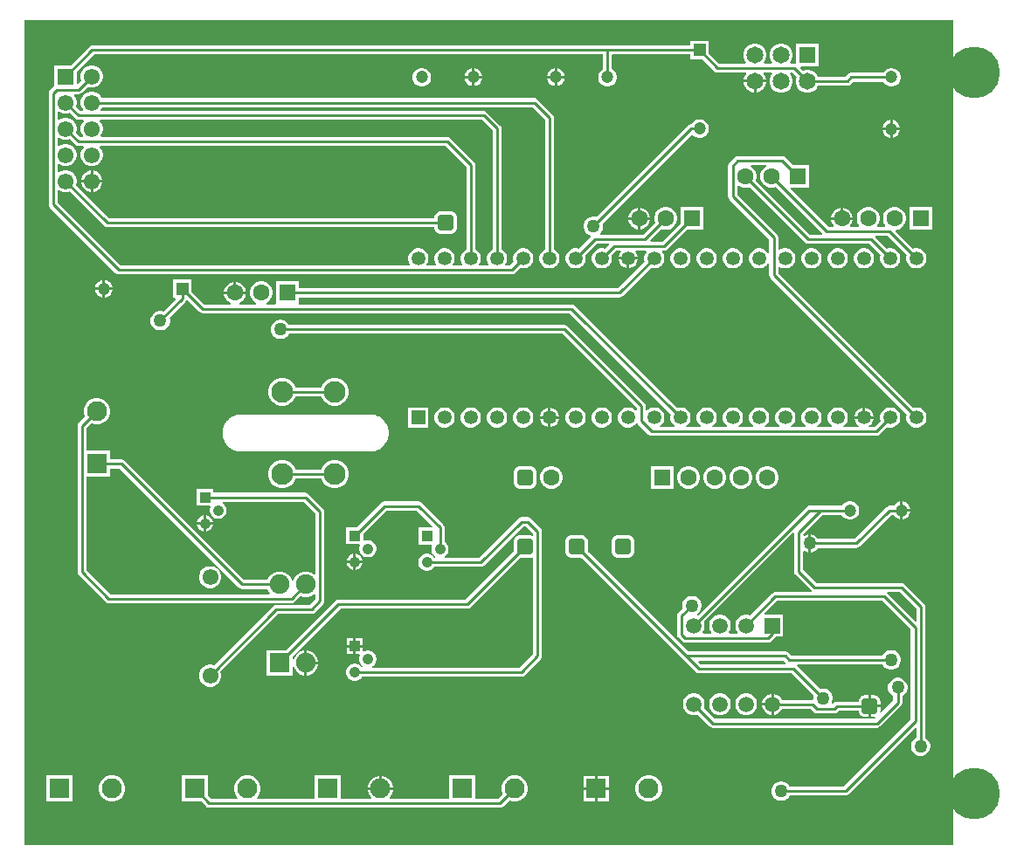
<source format=gbr>
%TF.GenerationSoftware,Altium Limited,Altium Designer,24.3.1 (35)*%
G04 Layer_Physical_Order=2*
G04 Layer_Color=16711680*
%FSLAX45Y45*%
%MOMM*%
%TF.SameCoordinates,77145657-7363-482A-8684-523018AF0833*%
%TF.FilePolarity,Positive*%
%TF.FileFunction,Copper,L2,Bot,Signal*%
%TF.Part,Single*%
G01*
G75*
%TA.AperFunction,Conductor*%
%ADD21C,0.25400*%
%TA.AperFunction,ViaPad*%
%ADD22C,5.00000*%
%TA.AperFunction,ComponentPad*%
%ADD23R,1.50000X1.50000*%
%ADD24C,1.50000*%
G04:AMPARAMS|DCode=25|XSize=1.6mm|YSize=1.6mm|CornerRadius=0.4mm|HoleSize=0mm|Usage=FLASHONLY|Rotation=0.000|XOffset=0mm|YOffset=0mm|HoleType=Round|Shape=RoundedRectangle|*
%AMROUNDEDRECTD25*
21,1,1.60000,0.80000,0,0,0.0*
21,1,0.80000,1.60000,0,0,0.0*
1,1,0.80000,0.40000,-0.40000*
1,1,0.80000,-0.40000,-0.40000*
1,1,0.80000,-0.40000,0.40000*
1,1,0.80000,0.40000,0.40000*
%
%ADD25ROUNDEDRECTD25*%
%ADD26R,1.95000X1.95000*%
%ADD27C,1.95000*%
%ADD28C,1.55000*%
%ADD29C,1.05000*%
%ADD30R,1.05000X1.05000*%
%ADD31R,1.90500X1.90500*%
%ADD32C,1.90500*%
%ADD33R,1.95000X1.95000*%
%ADD34R,1.20000X1.20000*%
%ADD35C,1.20000*%
%ADD36C,1.60000*%
%ADD37R,1.60000X1.60000*%
%ADD38C,2.10000*%
%ADD39C,1.35000*%
%ADD40R,1.35000X1.35000*%
%ADD41R,1.55000X1.55000*%
%ADD42R,1.20000X1.20000*%
%ADD43C,1.65000*%
%ADD44R,1.65000X1.65000*%
%TA.AperFunction,ViaPad*%
%ADD45C,1.27000*%
G36*
X9100000Y8100000D02*
Y100003D01*
X100003D01*
X100000Y500000D01*
X100003Y500003D01*
Y8100002D01*
X9087301D01*
X9100000Y8100000D01*
D02*
G37*
%LPC*%
G36*
X6732453Y7903911D02*
X6552453D01*
Y7857448D01*
X6485722D01*
X756142Y7857676D01*
X756141Y7857676D01*
X756140Y7857676D01*
X748410Y7856139D01*
X739481Y7854363D01*
X739481Y7854363D01*
X739480Y7854362D01*
X732380Y7849619D01*
X725357Y7844926D01*
X725356Y7844925D01*
X725356Y7844925D01*
X545932Y7665501D01*
X392502D01*
Y7465145D01*
X386875Y7461385D01*
X348775Y7423285D01*
X339338Y7409161D01*
X336024Y7392500D01*
Y6315540D01*
X339338Y6298879D01*
X348775Y6284755D01*
X983775Y5649755D01*
X997899Y5640318D01*
X1014560Y5637004D01*
X4821487D01*
X4838147Y5640318D01*
X4852271Y5649755D01*
X4902949Y5700432D01*
X4921162Y5695552D01*
X4946835D01*
X4971632Y5702197D01*
X4993865Y5715033D01*
X5012018Y5733186D01*
X5024854Y5755418D01*
X5031498Y5780216D01*
Y5805888D01*
X5024854Y5830686D01*
X5012018Y5852918D01*
X4993865Y5871071D01*
X4971632Y5883907D01*
X4946835Y5890552D01*
X4921162D01*
X4896365Y5883907D01*
X4874132Y5871071D01*
X4855979Y5852918D01*
X4843143Y5830686D01*
X4836499Y5805888D01*
Y5780216D01*
X4841379Y5762002D01*
X4803453Y5724076D01*
X4765421D01*
X4760091Y5736776D01*
X4770854Y5755418D01*
X4777498Y5780216D01*
Y5805888D01*
X4770854Y5830686D01*
X4758018Y5852918D01*
X4739865Y5871071D01*
X4723535Y5880499D01*
Y7052140D01*
X4720221Y7068801D01*
X4710783Y7082925D01*
X4583783Y7209925D01*
X4569659Y7219362D01*
X4552999Y7222676D01*
X841298D01*
X836438Y7234410D01*
X840023Y7237995D01*
X852996Y7260465D01*
X5024967D01*
X5144462Y7140970D01*
Y5880499D01*
X5128132Y5871071D01*
X5109979Y5852918D01*
X5097143Y5830686D01*
X5090499Y5805888D01*
Y5780216D01*
X5097143Y5755418D01*
X5109979Y5733186D01*
X5128132Y5715033D01*
X5150365Y5702197D01*
X5175162Y5695552D01*
X5200835D01*
X5225632Y5702197D01*
X5247865Y5715033D01*
X5266018Y5733186D01*
X5278854Y5755418D01*
X5285498Y5780216D01*
Y5805888D01*
X5278854Y5830686D01*
X5266018Y5852918D01*
X5247865Y5871071D01*
X5231535Y5880499D01*
Y7159003D01*
X5228221Y7175664D01*
X5218783Y7189788D01*
X5073785Y7334786D01*
X5059661Y7344224D01*
X5043000Y7347538D01*
X852996D01*
X840023Y7370008D01*
X820008Y7390023D01*
X795495Y7404175D01*
X768154Y7411501D01*
X739849D01*
X712508Y7404175D01*
X687995Y7390023D01*
X667980Y7370008D01*
X653828Y7345495D01*
X646502Y7318154D01*
Y7289849D01*
X653828Y7262508D01*
X667980Y7237995D01*
X671566Y7234410D01*
X666705Y7222676D01*
X642896D01*
X600786Y7264786D01*
X607502Y7289849D01*
Y7318154D01*
X600176Y7345495D01*
X586023Y7370008D01*
X580701Y7375330D01*
X585561Y7387064D01*
X626600D01*
X643261Y7390378D01*
X657385Y7399815D01*
X714787Y7457217D01*
X739849Y7450501D01*
X768154D01*
X795495Y7457827D01*
X820008Y7471980D01*
X840023Y7491995D01*
X854176Y7516508D01*
X861502Y7543849D01*
Y7572154D01*
X854176Y7599495D01*
X840023Y7624008D01*
X820008Y7644023D01*
X795495Y7658175D01*
X768154Y7665501D01*
X739849D01*
X712508Y7658175D01*
X687995Y7644023D01*
X667980Y7624008D01*
X653828Y7599495D01*
X646502Y7572154D01*
Y7543849D01*
X653217Y7518786D01*
X620202Y7485771D01*
X607502Y7491031D01*
Y7603932D01*
X774173Y7770603D01*
X5706463Y7770406D01*
Y7628787D01*
X5694738Y7622018D01*
X5677981Y7605261D01*
X5666132Y7584739D01*
X5659999Y7561849D01*
Y7538152D01*
X5666132Y7515262D01*
X5677981Y7494739D01*
X5694738Y7477983D01*
X5715260Y7466134D01*
X5738150Y7460001D01*
X5761848D01*
X5784737Y7466134D01*
X5805260Y7477983D01*
X5822017Y7494739D01*
X5833865Y7515262D01*
X5839999Y7538152D01*
Y7561849D01*
X5833865Y7584739D01*
X5822017Y7605261D01*
X5805260Y7622018D01*
X5793535Y7628787D01*
Y7761422D01*
X5802516Y7770402D01*
X6485718Y7770375D01*
X6485719Y7770375D01*
X6485720Y7770375D01*
X6552453D01*
Y7723912D01*
X6670884D01*
X6786700Y7608095D01*
X6800824Y7598658D01*
X6817485Y7595344D01*
X7093584D01*
X7098445Y7583610D01*
X7092997Y7578163D01*
X7078791Y7553558D01*
X7071438Y7526116D01*
Y7524611D01*
X7179338D01*
Y7511911D01*
D01*
Y7524611D01*
X7287238D01*
Y7526116D01*
X7279885Y7553558D01*
X7265680Y7578163D01*
X7260232Y7583610D01*
X7265092Y7595344D01*
X7341079D01*
X7345939Y7583610D01*
X7343316Y7580987D01*
X7328505Y7555334D01*
X7320838Y7526722D01*
Y7497100D01*
X7328505Y7468487D01*
X7343316Y7442834D01*
X7364262Y7421888D01*
X7389915Y7407077D01*
X7418527Y7399411D01*
X7448149D01*
X7476762Y7407077D01*
X7502415Y7421888D01*
X7523361Y7442834D01*
X7538171Y7468487D01*
X7545838Y7497100D01*
Y7526722D01*
X7538171Y7555334D01*
X7523361Y7580987D01*
X7520737Y7583610D01*
X7525598Y7595344D01*
X7542335D01*
X7582471Y7555208D01*
X7574838Y7526722D01*
Y7497100D01*
X7582505Y7468487D01*
X7597316Y7442834D01*
X7618262Y7421888D01*
X7643915Y7407077D01*
X7672527Y7399411D01*
X7702149D01*
X7730762Y7407077D01*
X7756415Y7421888D01*
X7777361Y7442834D01*
X7792106Y7468374D01*
X8073220D01*
X8089881Y7471688D01*
X8104005Y7481126D01*
X8129343Y7506464D01*
X8421214D01*
X8427983Y7494739D01*
X8444740Y7477983D01*
X8465262Y7466134D01*
X8488152Y7460001D01*
X8511850D01*
X8534740Y7466134D01*
X8555262Y7477983D01*
X8572019Y7494739D01*
X8583868Y7515262D01*
X8590001Y7538152D01*
Y7561849D01*
X8583868Y7584739D01*
X8572019Y7605261D01*
X8555262Y7622018D01*
X8534740Y7633867D01*
X8511850Y7640000D01*
X8488152D01*
X8465262Y7633867D01*
X8444740Y7622018D01*
X8427983Y7605261D01*
X8421214Y7593537D01*
X8111310D01*
X8094649Y7590223D01*
X8080525Y7580785D01*
X8055187Y7555447D01*
X7792106D01*
X7777361Y7580987D01*
X7756415Y7601933D01*
X7730762Y7616744D01*
X7702149Y7624410D01*
X7672527D01*
X7644041Y7616778D01*
X7619141Y7641677D01*
X7624001Y7653411D01*
X7799838D01*
Y7878410D01*
X7574838D01*
Y7689548D01*
X7565021Y7681491D01*
X7560369Y7682416D01*
X7525537D01*
X7520676Y7694150D01*
X7523361Y7696834D01*
X7538171Y7722487D01*
X7545838Y7751100D01*
Y7780722D01*
X7538171Y7809334D01*
X7523361Y7834987D01*
X7502415Y7855933D01*
X7476762Y7870744D01*
X7448149Y7878410D01*
X7418527D01*
X7389915Y7870744D01*
X7364262Y7855933D01*
X7343316Y7834987D01*
X7328505Y7809334D01*
X7320838Y7780722D01*
Y7751100D01*
X7328505Y7722487D01*
X7343316Y7696834D01*
X7346000Y7694150D01*
X7341140Y7682416D01*
X7271537D01*
X7266676Y7694150D01*
X7269361Y7696834D01*
X7284171Y7722487D01*
X7291838Y7751100D01*
Y7780722D01*
X7284171Y7809334D01*
X7269361Y7834987D01*
X7248415Y7855933D01*
X7222762Y7870744D01*
X7194149Y7878410D01*
X7164527D01*
X7135915Y7870744D01*
X7110262Y7855933D01*
X7089316Y7834987D01*
X7074505Y7809334D01*
X7066838Y7780722D01*
Y7751100D01*
X7074505Y7722487D01*
X7089316Y7696834D01*
X7092000Y7694150D01*
X7087140Y7682416D01*
X6835518D01*
X6732453Y7785481D01*
Y7903911D01*
D02*
G37*
G36*
X5262700Y7635010D02*
Y7562700D01*
X5335009D01*
X5329580Y7582963D01*
X5318337Y7602437D01*
X5302437Y7618337D01*
X5282963Y7629580D01*
X5262700Y7635010D01*
D02*
G37*
G36*
X4462702D02*
Y7562700D01*
X4535011D01*
X4529581Y7582963D01*
X4518338Y7602437D01*
X4502438Y7618337D01*
X4482965Y7629580D01*
X4462702Y7635010D01*
D02*
G37*
G36*
X4437302D02*
X4417038Y7629580D01*
X4397565Y7618337D01*
X4381665Y7602437D01*
X4370422Y7582963D01*
X4364992Y7562700D01*
X4437302D01*
Y7635010D01*
D02*
G37*
G36*
X5237300D02*
X5217037Y7629580D01*
X5197563Y7618337D01*
X5181663Y7602437D01*
X5170420Y7582963D01*
X5164990Y7562700D01*
X5237300D01*
Y7635010D01*
D02*
G37*
G36*
X5335009Y7537300D02*
X5262700D01*
Y7464991D01*
X5282963Y7470420D01*
X5302437Y7481663D01*
X5318337Y7497564D01*
X5329580Y7517037D01*
X5335009Y7537300D01*
D02*
G37*
G36*
X4535011D02*
X4462702D01*
Y7464991D01*
X4482965Y7470420D01*
X4502438Y7481663D01*
X4518338Y7497564D01*
X4529581Y7517037D01*
X4535011Y7537300D01*
D02*
G37*
G36*
X4437302D02*
X4364992D01*
X4370422Y7517037D01*
X4381665Y7497564D01*
X4397565Y7481663D01*
X4417038Y7470420D01*
X4437302Y7464991D01*
Y7537300D01*
D02*
G37*
G36*
X5237300D02*
X5164990D01*
X5170420Y7517037D01*
X5181663Y7497564D01*
X5197563Y7481663D01*
X5217037Y7470420D01*
X5237300Y7464991D01*
Y7537300D01*
D02*
G37*
G36*
X3961851Y7640000D02*
X3938154D01*
X3915264Y7633867D01*
X3894742Y7622018D01*
X3877985Y7605261D01*
X3866136Y7584739D01*
X3860003Y7561849D01*
Y7538152D01*
X3866136Y7515262D01*
X3877985Y7494739D01*
X3894742Y7477983D01*
X3915264Y7466134D01*
X3938154Y7460001D01*
X3961851D01*
X3984741Y7466134D01*
X4005264Y7477983D01*
X4022020Y7494739D01*
X4033869Y7515262D01*
X4040002Y7538152D01*
Y7561849D01*
X4033869Y7584739D01*
X4022020Y7605261D01*
X4005264Y7622018D01*
X3984741Y7633867D01*
X3961851Y7640000D01*
D02*
G37*
G36*
X7287238Y7499211D02*
X7192038D01*
Y7404011D01*
X7193543D01*
X7220986Y7411364D01*
X7245590Y7425569D01*
X7265680Y7445658D01*
X7279885Y7470263D01*
X7287238Y7497705D01*
Y7499211D01*
D02*
G37*
G36*
X7166638D02*
X7071438D01*
Y7497705D01*
X7078791Y7470263D01*
X7092997Y7445658D01*
X7113086Y7425569D01*
X7137690Y7411364D01*
X7165133Y7404011D01*
X7166638D01*
Y7499211D01*
D02*
G37*
G36*
X8512701Y7135011D02*
Y7062701D01*
X8585011D01*
X8579581Y7082964D01*
X8568338Y7102438D01*
X8552438Y7118338D01*
X8532964Y7129581D01*
X8512701Y7135011D01*
D02*
G37*
G36*
X8487301D02*
X8467038Y7129581D01*
X8447564Y7118338D01*
X8431664Y7102438D01*
X8420421Y7082964D01*
X8414992Y7062701D01*
X8487301D01*
Y7135011D01*
D02*
G37*
G36*
X8585011Y7037301D02*
X8512701D01*
Y6964992D01*
X8532964Y6970421D01*
X8552438Y6981664D01*
X8568338Y6997565D01*
X8579581Y7017038D01*
X8585011Y7037301D01*
D02*
G37*
G36*
X8487301D02*
X8414992D01*
X8420421Y7017038D01*
X8431664Y6997565D01*
X8447564Y6981664D01*
X8467038Y6970421D01*
X8487301Y6964992D01*
Y7037301D01*
D02*
G37*
G36*
X6654302Y7141312D02*
X6630605D01*
X6607715Y7135179D01*
X6587192Y7123330D01*
X6570436Y7106573D01*
X6563666Y7094848D01*
X6561097D01*
X6544436Y7091534D01*
X6530312Y7082097D01*
X5642284Y6194069D01*
X5626810Y6198215D01*
X5602190D01*
X5578410Y6191843D01*
X5557090Y6179533D01*
X5539682Y6162125D01*
X5527372Y6140805D01*
X5521000Y6117025D01*
Y6092405D01*
X5527372Y6068625D01*
X5539682Y6047305D01*
X5557090Y6029897D01*
X5578410Y6017587D01*
X5585187Y6015771D01*
X5588983Y6001606D01*
X5473048Y5885671D01*
X5454835Y5890552D01*
X5429162D01*
X5404365Y5883907D01*
X5382132Y5871071D01*
X5363979Y5852918D01*
X5351143Y5830686D01*
X5344499Y5805888D01*
Y5780216D01*
X5351143Y5755418D01*
X5363979Y5733186D01*
X5382132Y5715033D01*
X5404365Y5702197D01*
X5429162Y5695552D01*
X5454835D01*
X5479632Y5702197D01*
X5501865Y5715033D01*
X5520018Y5733186D01*
X5532854Y5755418D01*
X5539498Y5780216D01*
Y5805888D01*
X5534618Y5824102D01*
X5647240Y5936724D01*
X5761507D01*
X5766367Y5924990D01*
X5727048Y5885671D01*
X5708835Y5890552D01*
X5683162D01*
X5658365Y5883907D01*
X5636132Y5871071D01*
X5617979Y5852918D01*
X5605143Y5830686D01*
X5598499Y5805888D01*
Y5780216D01*
X5605143Y5755418D01*
X5617979Y5733186D01*
X5636132Y5715033D01*
X5658365Y5702197D01*
X5683162Y5695552D01*
X5708835D01*
X5733632Y5702197D01*
X5755865Y5715033D01*
X5774018Y5733186D01*
X5786854Y5755418D01*
X5793498Y5780216D01*
Y5805888D01*
X5788618Y5824102D01*
X5832660Y5868144D01*
X5875749D01*
X5881010Y5855444D01*
X5875660Y5850094D01*
X5863429Y5828910D01*
X5857224Y5805752D01*
X5949999D01*
X6042773D01*
X6036568Y5828910D01*
X6024337Y5850094D01*
X6018987Y5855444D01*
X6024248Y5868144D01*
X6124611D01*
X6129471Y5856410D01*
X6125979Y5852918D01*
X6113143Y5830686D01*
X6106499Y5805888D01*
Y5780216D01*
X6111379Y5762002D01*
X5851412Y5502035D01*
X2758562D01*
Y5568498D01*
X2538563D01*
Y5360181D01*
X2538562Y5348499D01*
X2526285Y5347481D01*
X2447674D01*
X2444271Y5360181D01*
X2462104Y5370477D01*
X2482584Y5390957D01*
X2497066Y5416040D01*
X2504562Y5444017D01*
Y5472980D01*
X2497066Y5500957D01*
X2482584Y5526040D01*
X2462104Y5546520D01*
X2437021Y5561002D01*
X2409044Y5568498D01*
X2380081D01*
X2352104Y5561002D01*
X2327021Y5546520D01*
X2306541Y5526040D01*
X2292059Y5500957D01*
X2284563Y5472980D01*
Y5444017D01*
X2292059Y5416040D01*
X2306541Y5390957D01*
X2327021Y5370477D01*
X2344854Y5360181D01*
X2341451Y5347481D01*
X2182542D01*
X2180870Y5360181D01*
X2181245Y5360281D01*
X2205280Y5374157D01*
X2224903Y5393781D01*
X2238779Y5417815D01*
X2245962Y5444622D01*
Y5445798D01*
X2140562D01*
X2035163D01*
Y5444622D01*
X2042345Y5417815D01*
X2056221Y5393781D01*
X2075845Y5374157D01*
X2099879Y5360281D01*
X2100255Y5360181D01*
X2098583Y5347481D01*
X1845393D01*
X1721302Y5471572D01*
Y5590002D01*
X1541303D01*
Y5410002D01*
X1559939D01*
X1564799Y5398269D01*
X1444965Y5278434D01*
X1429490Y5282580D01*
X1404871D01*
X1381091Y5276209D01*
X1359770Y5263899D01*
X1342362Y5246491D01*
X1330052Y5225170D01*
X1323681Y5201390D01*
Y5176771D01*
X1330052Y5152991D01*
X1342362Y5131670D01*
X1359770Y5114262D01*
X1381091Y5101952D01*
X1404871Y5095581D01*
X1429490D01*
X1453270Y5101952D01*
X1474591Y5114262D01*
X1491999Y5131670D01*
X1504309Y5152991D01*
X1510680Y5176771D01*
Y5201390D01*
X1506534Y5216865D01*
X1662087Y5372418D01*
X1669005Y5382770D01*
X1683439Y5386296D01*
X1796575Y5273160D01*
X1810699Y5263722D01*
X1827360Y5260408D01*
X5386023D01*
X6365379Y4281052D01*
X6360499Y4262838D01*
Y4237166D01*
X6367143Y4212368D01*
X6379979Y4190136D01*
X6398132Y4171983D01*
X6402265Y4169596D01*
X6398862Y4156896D01*
X6263135D01*
X6259732Y4169596D01*
X6263865Y4171983D01*
X6282018Y4190136D01*
X6294854Y4212368D01*
X6301498Y4237166D01*
Y4262838D01*
X6294854Y4287636D01*
X6282018Y4309868D01*
X6263865Y4328021D01*
X6241632Y4340857D01*
X6216835Y4347502D01*
X6191162D01*
X6166365Y4340857D01*
X6144132Y4328021D01*
X6133016Y4316906D01*
X6120316Y4322166D01*
Y4362280D01*
X6117002Y4378941D01*
X6107565Y4393065D01*
X5365885Y5134745D01*
X5351761Y5144182D01*
X5335100Y5147496D01*
X2664569D01*
X2656559Y5161370D01*
X2639150Y5178779D01*
X2617830Y5191088D01*
X2594050Y5197460D01*
X2569430D01*
X2545650Y5191088D01*
X2524330Y5178779D01*
X2506922Y5161370D01*
X2494612Y5140050D01*
X2488240Y5116270D01*
Y5091650D01*
X2494612Y5067870D01*
X2506922Y5046550D01*
X2524330Y5029142D01*
X2545650Y5016832D01*
X2569430Y5010460D01*
X2594050D01*
X2617830Y5016832D01*
X2639150Y5029142D01*
X2656559Y5046550D01*
X2664569Y5060424D01*
X5317067D01*
X6033244Y4344247D01*
Y4322603D01*
X6020544Y4317342D01*
X6009865Y4328021D01*
X5987632Y4340857D01*
X5962835Y4347502D01*
X5937162D01*
X5912365Y4340857D01*
X5890132Y4328021D01*
X5871979Y4309868D01*
X5859143Y4287636D01*
X5852499Y4262838D01*
Y4237166D01*
X5859143Y4212368D01*
X5871979Y4190136D01*
X5890132Y4171983D01*
X5912365Y4159147D01*
X5937162Y4152502D01*
X5962835D01*
X5987632Y4159147D01*
X6009865Y4171983D01*
X6028018Y4190136D01*
X6028211Y4190471D01*
X6043159Y4190960D01*
X6045995Y4186715D01*
X6150135Y4082575D01*
X6164259Y4073138D01*
X6180920Y4069824D01*
X8353357D01*
X8370017Y4073138D01*
X8384141Y4082575D01*
X8458949Y4157382D01*
X8477162Y4152502D01*
X8502835D01*
X8527632Y4159147D01*
X8549865Y4171983D01*
X8568018Y4190136D01*
X8580854Y4212368D01*
X8587498Y4237166D01*
Y4262838D01*
X8580854Y4287636D01*
X8568018Y4309868D01*
X8549865Y4328021D01*
X8527632Y4340857D01*
X8502835Y4347502D01*
X8477162D01*
X8452365Y4340857D01*
X8430132Y4328021D01*
X8411979Y4309868D01*
X8399143Y4287636D01*
X8392499Y4262838D01*
Y4237166D01*
X8397379Y4218952D01*
X8335323Y4156896D01*
X8285935D01*
X8282532Y4169596D01*
X8293041Y4175663D01*
X8310337Y4192960D01*
X8322568Y4214144D01*
X8328773Y4237302D01*
X8235999D01*
X8143224D01*
X8149429Y4214144D01*
X8161660Y4192960D01*
X8178956Y4175663D01*
X8189465Y4169596D01*
X8186062Y4156896D01*
X8041135D01*
X8037732Y4169596D01*
X8041865Y4171983D01*
X8060018Y4190136D01*
X8072854Y4212368D01*
X8079498Y4237166D01*
Y4262838D01*
X8072854Y4287636D01*
X8060018Y4309868D01*
X8041865Y4328021D01*
X8019632Y4340857D01*
X7994835Y4347502D01*
X7969162D01*
X7944365Y4340857D01*
X7922132Y4328021D01*
X7903979Y4309868D01*
X7891143Y4287636D01*
X7884499Y4262838D01*
Y4237166D01*
X7891143Y4212368D01*
X7903979Y4190136D01*
X7922132Y4171983D01*
X7926265Y4169596D01*
X7922862Y4156896D01*
X7787135D01*
X7783732Y4169596D01*
X7787865Y4171983D01*
X7806018Y4190136D01*
X7818854Y4212368D01*
X7825498Y4237166D01*
Y4262838D01*
X7818854Y4287636D01*
X7806018Y4309868D01*
X7787865Y4328021D01*
X7765632Y4340857D01*
X7740835Y4347502D01*
X7715162D01*
X7690365Y4340857D01*
X7668132Y4328021D01*
X7649979Y4309868D01*
X7637143Y4287636D01*
X7630499Y4262838D01*
Y4237166D01*
X7637143Y4212368D01*
X7649979Y4190136D01*
X7668132Y4171983D01*
X7672265Y4169596D01*
X7668862Y4156896D01*
X7533135D01*
X7529732Y4169596D01*
X7533865Y4171983D01*
X7552018Y4190136D01*
X7564854Y4212368D01*
X7571498Y4237166D01*
Y4262838D01*
X7564854Y4287636D01*
X7552018Y4309868D01*
X7533865Y4328021D01*
X7511632Y4340857D01*
X7486835Y4347502D01*
X7461162D01*
X7436365Y4340857D01*
X7414132Y4328021D01*
X7395979Y4309868D01*
X7383143Y4287636D01*
X7376499Y4262838D01*
Y4237166D01*
X7383143Y4212368D01*
X7395979Y4190136D01*
X7414132Y4171983D01*
X7418265Y4169596D01*
X7414862Y4156896D01*
X7279135D01*
X7275732Y4169596D01*
X7279865Y4171983D01*
X7298018Y4190136D01*
X7310854Y4212368D01*
X7317498Y4237166D01*
Y4262838D01*
X7310854Y4287636D01*
X7298018Y4309868D01*
X7279865Y4328021D01*
X7257632Y4340857D01*
X7232835Y4347502D01*
X7207162D01*
X7182365Y4340857D01*
X7160132Y4328021D01*
X7141979Y4309868D01*
X7129143Y4287636D01*
X7122499Y4262838D01*
Y4237166D01*
X7129143Y4212368D01*
X7141979Y4190136D01*
X7160132Y4171983D01*
X7164265Y4169596D01*
X7160862Y4156896D01*
X7025135D01*
X7021732Y4169596D01*
X7025865Y4171983D01*
X7044018Y4190136D01*
X7056854Y4212368D01*
X7063498Y4237166D01*
Y4262838D01*
X7056854Y4287636D01*
X7044018Y4309868D01*
X7025865Y4328021D01*
X7003632Y4340857D01*
X6978835Y4347502D01*
X6953162D01*
X6928365Y4340857D01*
X6906132Y4328021D01*
X6887979Y4309868D01*
X6875143Y4287636D01*
X6868499Y4262838D01*
Y4237166D01*
X6875143Y4212368D01*
X6887979Y4190136D01*
X6906132Y4171983D01*
X6910265Y4169596D01*
X6906862Y4156896D01*
X6771135D01*
X6767732Y4169596D01*
X6771865Y4171983D01*
X6790018Y4190136D01*
X6802854Y4212368D01*
X6809498Y4237166D01*
Y4262838D01*
X6802854Y4287636D01*
X6790018Y4309868D01*
X6771865Y4328021D01*
X6749632Y4340857D01*
X6724835Y4347502D01*
X6699162D01*
X6674365Y4340857D01*
X6652132Y4328021D01*
X6633979Y4309868D01*
X6621143Y4287636D01*
X6614499Y4262838D01*
Y4237166D01*
X6621143Y4212368D01*
X6633979Y4190136D01*
X6652132Y4171983D01*
X6656265Y4169596D01*
X6652862Y4156896D01*
X6517135D01*
X6513732Y4169596D01*
X6517865Y4171983D01*
X6536018Y4190136D01*
X6548854Y4212368D01*
X6555498Y4237166D01*
Y4262838D01*
X6548854Y4287636D01*
X6536018Y4309868D01*
X6517865Y4328021D01*
X6495632Y4340857D01*
X6470835Y4347502D01*
X6445162D01*
X6426949Y4342621D01*
X5434841Y5334729D01*
X5420717Y5344167D01*
X5404056Y5347481D01*
X2770841D01*
X2758562Y5348499D01*
X2758562Y5360181D01*
Y5414962D01*
X5869445D01*
X5886106Y5418276D01*
X5900230Y5427714D01*
X6172949Y5700432D01*
X6191162Y5695552D01*
X6216835D01*
X6241632Y5702197D01*
X6263865Y5715033D01*
X6282018Y5733186D01*
X6294854Y5755418D01*
X6301498Y5780216D01*
Y5805888D01*
X6294854Y5830686D01*
X6282018Y5852918D01*
X6278526Y5856410D01*
X6283386Y5868144D01*
X6299558D01*
X6316219Y5871458D01*
X6330343Y5880895D01*
X6517864Y6068416D01*
X6676294D01*
Y6288415D01*
X6456294D01*
Y6129985D01*
X6281525Y5955216D01*
X6167258D01*
X6162398Y5966950D01*
X6271038Y6075590D01*
X6297812Y6068416D01*
X6326776D01*
X6354752Y6075912D01*
X6379835Y6090394D01*
X6400316Y6110874D01*
X6414797Y6135957D01*
X6422294Y6163934D01*
Y6192897D01*
X6414797Y6220874D01*
X6400316Y6245957D01*
X6379835Y6266437D01*
X6354752Y6280919D01*
X6326776Y6288415D01*
X6297812D01*
X6269836Y6280919D01*
X6244753Y6266437D01*
X6224272Y6245957D01*
X6209790Y6220874D01*
X6202294Y6192897D01*
Y6163934D01*
X6209468Y6137160D01*
X6096105Y6023796D01*
X5683771D01*
X5678510Y6036496D01*
X5689319Y6047305D01*
X5701628Y6068625D01*
X5708000Y6092405D01*
Y6117025D01*
X5703854Y6132499D01*
X6567758Y6996403D01*
X6570436Y6996051D01*
X6587192Y6979294D01*
X6607715Y6967446D01*
X6630605Y6961312D01*
X6654302D01*
X6677192Y6967446D01*
X6697714Y6979294D01*
X6714471Y6996051D01*
X6726320Y7016573D01*
X6732453Y7039463D01*
Y7063161D01*
X6726320Y7086051D01*
X6714471Y7106573D01*
X6697714Y7123330D01*
X6677192Y7135179D01*
X6654302Y7141312D01*
D02*
G37*
G36*
X8035326Y6283815D02*
X8034150D01*
Y6191116D01*
X8126850D01*
Y6192292D01*
X8119667Y6219099D01*
X8105791Y6243133D01*
X8086167Y6262757D01*
X8062133Y6276633D01*
X8035326Y6283815D01*
D02*
G37*
G36*
X6072170D02*
X6070994D01*
Y6191116D01*
X6163694D01*
Y6192292D01*
X6156511Y6219099D01*
X6142635Y6243133D01*
X6123011Y6262757D01*
X6098977Y6276633D01*
X6072170Y6283815D01*
D02*
G37*
G36*
X8008750D02*
X8007574D01*
X7980767Y6276633D01*
X7956733Y6262757D01*
X7937109Y6243133D01*
X7923233Y6219099D01*
X7916050Y6192292D01*
Y6191116D01*
X8008750D01*
Y6283815D01*
D02*
G37*
G36*
X6045594D02*
X6044418D01*
X6017611Y6276633D01*
X5993577Y6262757D01*
X5973953Y6243133D01*
X5960077Y6219099D01*
X5952894Y6192292D01*
Y6191116D01*
X6045594D01*
Y6283815D01*
D02*
G37*
G36*
X6163694Y6165716D02*
X6070994D01*
Y6073016D01*
X6072170D01*
X6098977Y6080199D01*
X6123011Y6094075D01*
X6142635Y6113698D01*
X6156511Y6137733D01*
X6163694Y6164539D01*
Y6165716D01*
D02*
G37*
G36*
X6045594D02*
X5952894D01*
Y6164539D01*
X5960077Y6137733D01*
X5973953Y6113698D01*
X5993577Y6094075D01*
X6017611Y6080199D01*
X6044418Y6073016D01*
X6045594D01*
Y6165716D01*
D02*
G37*
G36*
X8893450Y6288415D02*
X8673450D01*
Y6068416D01*
X8893450D01*
Y6288415D01*
D02*
G37*
G36*
X6042773Y5780352D02*
X5962699D01*
Y5700278D01*
X5985856Y5706483D01*
X6007041Y5718713D01*
X6024337Y5736010D01*
X6036568Y5757194D01*
X6042773Y5780352D01*
D02*
G37*
G36*
X5937299D02*
X5857224D01*
X5863429Y5757194D01*
X5875660Y5736010D01*
X5892956Y5718713D01*
X5914141Y5706483D01*
X5937299Y5700278D01*
Y5780352D01*
D02*
G37*
G36*
X7441126Y6785796D02*
X7011500D01*
X6994839Y6782482D01*
X6980715Y6773045D01*
X6932455Y6724785D01*
X6923018Y6710661D01*
X6919704Y6694000D01*
Y6394280D01*
X6923018Y6377619D01*
X6932455Y6363495D01*
X7318484Y5977467D01*
Y5842870D01*
X7305784Y5839467D01*
X7298018Y5852918D01*
X7279865Y5871071D01*
X7257632Y5883907D01*
X7232835Y5890552D01*
X7207162D01*
X7182365Y5883907D01*
X7160132Y5871071D01*
X7141979Y5852918D01*
X7129143Y5830686D01*
X7122499Y5805888D01*
Y5780216D01*
X7129143Y5755418D01*
X7141979Y5733186D01*
X7160132Y5715033D01*
X7182365Y5702197D01*
X7207162Y5695552D01*
X7232835D01*
X7257632Y5702197D01*
X7279865Y5715033D01*
X7298018Y5733186D01*
X7305784Y5746636D01*
X7318484Y5743233D01*
Y5631980D01*
X7321798Y5615320D01*
X7331235Y5601196D01*
X8651379Y4281052D01*
X8646499Y4262838D01*
Y4237166D01*
X8653143Y4212368D01*
X8665979Y4190136D01*
X8684132Y4171983D01*
X8706365Y4159147D01*
X8731162Y4152502D01*
X8756835D01*
X8781632Y4159147D01*
X8803865Y4171983D01*
X8822018Y4190136D01*
X8834854Y4212368D01*
X8841498Y4237166D01*
Y4262838D01*
X8834854Y4287636D01*
X8822018Y4309868D01*
X8803865Y4328021D01*
X8781632Y4340857D01*
X8756835Y4347502D01*
X8731162D01*
X8712949Y4342621D01*
X7405556Y5650014D01*
Y5706934D01*
X7418256Y5712651D01*
X7436365Y5702197D01*
X7461162Y5695552D01*
X7486835D01*
X7511632Y5702197D01*
X7533865Y5715033D01*
X7552018Y5733186D01*
X7564854Y5755418D01*
X7571498Y5780216D01*
Y5805888D01*
X7564854Y5830686D01*
X7552018Y5852918D01*
X7533865Y5871071D01*
X7511632Y5883907D01*
X7486835Y5890552D01*
X7461162D01*
X7436365Y5883907D01*
X7418256Y5873453D01*
X7405556Y5879169D01*
Y5995500D01*
X7402242Y6012161D01*
X7392805Y6026285D01*
X7006776Y6412313D01*
Y6496453D01*
X7018510Y6501313D01*
X7019056Y6500767D01*
X7044139Y6486285D01*
X7072116Y6478788D01*
X7101080D01*
X7127854Y6485963D01*
X7664341Y5949475D01*
X7678465Y5940038D01*
X7695126Y5936724D01*
X8284757D01*
X8397379Y5824102D01*
X8392499Y5805888D01*
Y5780216D01*
X8399143Y5755418D01*
X8411979Y5733186D01*
X8430132Y5715033D01*
X8452365Y5702197D01*
X8477162Y5695552D01*
X8502835D01*
X8527632Y5702197D01*
X8549865Y5715033D01*
X8568018Y5733186D01*
X8580854Y5755418D01*
X8587498Y5780216D01*
Y5805888D01*
X8580854Y5830686D01*
X8568018Y5852918D01*
X8549865Y5871071D01*
X8527632Y5883907D01*
X8502835Y5890552D01*
X8477162D01*
X8458949Y5885671D01*
X8345970Y5998650D01*
X8350830Y6010384D01*
X8465097D01*
X8651379Y5824102D01*
X8646499Y5805888D01*
Y5780216D01*
X8653143Y5755418D01*
X8665979Y5733186D01*
X8684132Y5715033D01*
X8706365Y5702197D01*
X8731162Y5695552D01*
X8756835D01*
X8781632Y5702197D01*
X8803865Y5715033D01*
X8822018Y5733186D01*
X8834854Y5755418D01*
X8841498Y5780216D01*
Y5805888D01*
X8834854Y5830686D01*
X8822018Y5852918D01*
X8803865Y5871071D01*
X8781632Y5883907D01*
X8756835Y5890552D01*
X8731162D01*
X8712949Y5885671D01*
X8541752Y6056868D01*
X8547270Y6069310D01*
X8571908Y6075912D01*
X8596991Y6090394D01*
X8617471Y6110874D01*
X8631953Y6135957D01*
X8639450Y6163934D01*
Y6192897D01*
X8631953Y6220874D01*
X8617471Y6245957D01*
X8596991Y6266437D01*
X8571908Y6280919D01*
X8543932Y6288415D01*
X8514968D01*
X8486991Y6280919D01*
X8461908Y6266437D01*
X8441428Y6245957D01*
X8426946Y6220874D01*
X8419450Y6192897D01*
Y6163934D01*
X8426946Y6135957D01*
X8441428Y6110874D01*
X8443113Y6109190D01*
X8438252Y6097456D01*
X8366647D01*
X8361787Y6109190D01*
X8363471Y6110874D01*
X8377953Y6135957D01*
X8385450Y6163934D01*
Y6192897D01*
X8377953Y6220874D01*
X8363471Y6245957D01*
X8342991Y6266437D01*
X8317908Y6280919D01*
X8289932Y6288415D01*
X8260968D01*
X8232991Y6280919D01*
X8207908Y6266437D01*
X8187428Y6245957D01*
X8172946Y6220874D01*
X8165450Y6192897D01*
Y6163934D01*
X8172946Y6135957D01*
X8187428Y6110874D01*
X8189113Y6109190D01*
X8184252Y6097456D01*
X8106142D01*
X8101282Y6109190D01*
X8105791Y6113698D01*
X8119667Y6137733D01*
X8126850Y6164539D01*
Y6165716D01*
X8021450D01*
X7916050D01*
Y6164539D01*
X7923233Y6137733D01*
X7937109Y6113698D01*
X7941618Y6109190D01*
X7936757Y6097456D01*
X7893499D01*
X7523900Y6467055D01*
X7528761Y6478788D01*
X7704597D01*
Y6698788D01*
X7546168D01*
X7471911Y6773045D01*
X7457786Y6782482D01*
X7441126Y6785796D01*
D02*
G37*
G36*
X8248835Y5890552D02*
X8223162D01*
X8198365Y5883907D01*
X8176132Y5871071D01*
X8157979Y5852918D01*
X8145143Y5830686D01*
X8138499Y5805888D01*
Y5780216D01*
X8145143Y5755418D01*
X8157979Y5733186D01*
X8176132Y5715033D01*
X8198365Y5702197D01*
X8223162Y5695552D01*
X8248835D01*
X8273632Y5702197D01*
X8295865Y5715033D01*
X8314018Y5733186D01*
X8326854Y5755418D01*
X8333498Y5780216D01*
Y5805888D01*
X8326854Y5830686D01*
X8314018Y5852918D01*
X8295865Y5871071D01*
X8273632Y5883907D01*
X8248835Y5890552D01*
D02*
G37*
G36*
X7994835D02*
X7969162D01*
X7944365Y5883907D01*
X7922132Y5871071D01*
X7903979Y5852918D01*
X7891143Y5830686D01*
X7884499Y5805888D01*
Y5780216D01*
X7891143Y5755418D01*
X7903979Y5733186D01*
X7922132Y5715033D01*
X7944365Y5702197D01*
X7969162Y5695552D01*
X7994835D01*
X8019632Y5702197D01*
X8041865Y5715033D01*
X8060018Y5733186D01*
X8072854Y5755418D01*
X8079498Y5780216D01*
Y5805888D01*
X8072854Y5830686D01*
X8060018Y5852918D01*
X8041865Y5871071D01*
X8019632Y5883907D01*
X7994835Y5890552D01*
D02*
G37*
G36*
X7740835D02*
X7715162D01*
X7690365Y5883907D01*
X7668132Y5871071D01*
X7649979Y5852918D01*
X7637143Y5830686D01*
X7630499Y5805888D01*
Y5780216D01*
X7637143Y5755418D01*
X7649979Y5733186D01*
X7668132Y5715033D01*
X7690365Y5702197D01*
X7715162Y5695552D01*
X7740835D01*
X7765632Y5702197D01*
X7787865Y5715033D01*
X7806018Y5733186D01*
X7818854Y5755418D01*
X7825498Y5780216D01*
Y5805888D01*
X7818854Y5830686D01*
X7806018Y5852918D01*
X7787865Y5871071D01*
X7765632Y5883907D01*
X7740835Y5890552D01*
D02*
G37*
G36*
X6978835D02*
X6953162D01*
X6928365Y5883907D01*
X6906132Y5871071D01*
X6887979Y5852918D01*
X6875143Y5830686D01*
X6868499Y5805888D01*
Y5780216D01*
X6875143Y5755418D01*
X6887979Y5733186D01*
X6906132Y5715033D01*
X6928365Y5702197D01*
X6953162Y5695552D01*
X6978835D01*
X7003632Y5702197D01*
X7025865Y5715033D01*
X7044018Y5733186D01*
X7056854Y5755418D01*
X7063498Y5780216D01*
Y5805888D01*
X7056854Y5830686D01*
X7044018Y5852918D01*
X7025865Y5871071D01*
X7003632Y5883907D01*
X6978835Y5890552D01*
D02*
G37*
G36*
X6724835D02*
X6699162D01*
X6674365Y5883907D01*
X6652132Y5871071D01*
X6633979Y5852918D01*
X6621143Y5830686D01*
X6614499Y5805888D01*
Y5780216D01*
X6621143Y5755418D01*
X6633979Y5733186D01*
X6652132Y5715033D01*
X6674365Y5702197D01*
X6699162Y5695552D01*
X6724835D01*
X6749632Y5702197D01*
X6771865Y5715033D01*
X6790018Y5733186D01*
X6802854Y5755418D01*
X6809498Y5780216D01*
Y5805888D01*
X6802854Y5830686D01*
X6790018Y5852918D01*
X6771865Y5871071D01*
X6749632Y5883907D01*
X6724835Y5890552D01*
D02*
G37*
G36*
X6470835D02*
X6445162D01*
X6420365Y5883907D01*
X6398132Y5871071D01*
X6379979Y5852918D01*
X6367143Y5830686D01*
X6360499Y5805888D01*
Y5780216D01*
X6367143Y5755418D01*
X6379979Y5733186D01*
X6398132Y5715033D01*
X6420365Y5702197D01*
X6445162Y5695552D01*
X6470835D01*
X6495632Y5702197D01*
X6517865Y5715033D01*
X6536018Y5733186D01*
X6548854Y5755418D01*
X6555498Y5780216D01*
Y5805888D01*
X6548854Y5830686D01*
X6536018Y5852918D01*
X6517865Y5871071D01*
X6495632Y5883907D01*
X6470835Y5890552D01*
D02*
G37*
G36*
X881398Y5585011D02*
Y5512702D01*
X953708D01*
X948278Y5532965D01*
X937035Y5552439D01*
X921135Y5568339D01*
X901661Y5579582D01*
X881398Y5585011D01*
D02*
G37*
G36*
X855998D02*
X835735Y5579582D01*
X816261Y5568339D01*
X800361Y5552439D01*
X789118Y5532965D01*
X783689Y5512702D01*
X855998D01*
Y5585011D01*
D02*
G37*
G36*
X2154439Y5563898D02*
X2153262D01*
Y5471198D01*
X2245962D01*
Y5472375D01*
X2238779Y5499181D01*
X2224903Y5523216D01*
X2205280Y5542839D01*
X2181245Y5556715D01*
X2154439Y5563898D01*
D02*
G37*
G36*
X2127862D02*
X2126686D01*
X2099879Y5556715D01*
X2075845Y5542839D01*
X2056221Y5523216D01*
X2042345Y5499181D01*
X2035163Y5472375D01*
Y5471198D01*
X2127862D01*
Y5563898D01*
D02*
G37*
G36*
X953708Y5487302D02*
X881398D01*
Y5414992D01*
X901661Y5420422D01*
X921135Y5431665D01*
X937035Y5447565D01*
X948278Y5467039D01*
X953708Y5487302D01*
D02*
G37*
G36*
X855998D02*
X783689D01*
X789118Y5467039D01*
X800361Y5447565D01*
X816261Y5431665D01*
X835735Y5420422D01*
X855998Y5414992D01*
Y5487302D01*
D02*
G37*
G36*
X3125771Y4634999D02*
X3090224D01*
X3055889Y4625799D01*
X3025106Y4608026D01*
X2999971Y4582891D01*
X2982198Y4552107D01*
X2979901Y4543535D01*
X2728094D01*
X2725797Y4552107D01*
X2708024Y4582891D01*
X2682889Y4608026D01*
X2652106Y4625799D01*
X2617771Y4634999D01*
X2582224D01*
X2547889Y4625799D01*
X2517106Y4608026D01*
X2491971Y4582891D01*
X2474198Y4552107D01*
X2464998Y4517772D01*
Y4482226D01*
X2474198Y4447891D01*
X2491971Y4417107D01*
X2517106Y4391972D01*
X2547889Y4374199D01*
X2582224Y4364999D01*
X2617771D01*
X2652106Y4374199D01*
X2682889Y4391972D01*
X2708024Y4417107D01*
X2725797Y4447891D01*
X2728094Y4456463D01*
X2979901D01*
X2982198Y4447891D01*
X2999971Y4417107D01*
X3025106Y4391972D01*
X3055889Y4374199D01*
X3090224Y4364999D01*
X3125771D01*
X3160106Y4374199D01*
X3190889Y4391972D01*
X3216024Y4417107D01*
X3233797Y4447891D01*
X3242998Y4482226D01*
Y4517772D01*
X3233797Y4552107D01*
X3216024Y4582891D01*
X3190889Y4608026D01*
X3160106Y4625799D01*
X3125771Y4634999D01*
D02*
G37*
G36*
X2200000Y4280588D02*
X2199996Y4280587D01*
X2185227Y4280587D01*
X2182272Y4280000D01*
X2179259D01*
X2150279Y4274235D01*
X2147496Y4273082D01*
X2144541Y4272494D01*
X2117243Y4261187D01*
X2114738Y4259513D01*
X2111955Y4258361D01*
X2087387Y4241945D01*
X2085257Y4239815D01*
X2082751Y4238141D01*
X2061858Y4217248D01*
X2060185Y4214743D01*
X2058055Y4212613D01*
X2041639Y4188045D01*
X2040486Y4185261D01*
X2038812Y4182756D01*
X2027505Y4155458D01*
X2026917Y4152504D01*
X2025764Y4149720D01*
X2020000Y4120741D01*
Y4117728D01*
X2019412Y4114773D01*
Y4085226D01*
X2020000Y4082271D01*
Y4079259D01*
X2025764Y4050279D01*
X2026917Y4047496D01*
X2027505Y4044541D01*
X2038812Y4017243D01*
X2040486Y4014738D01*
X2041639Y4011954D01*
X2058055Y3987386D01*
X2060185Y3985256D01*
X2061858Y3982751D01*
X2082751Y3961858D01*
X2085256Y3960185D01*
X2087387Y3958054D01*
X2111955Y3941639D01*
X2114738Y3940486D01*
X2117243Y3938812D01*
X2144541Y3927505D01*
X2147496Y3926917D01*
X2150279Y3925764D01*
X2179259Y3920000D01*
X2182272D01*
X2185227Y3919412D01*
X2200000Y3919412D01*
X3449999Y3919412D01*
X3464773Y3919412D01*
X3467728Y3920000D01*
X3470741D01*
X3499721Y3925764D01*
X3502504Y3926917D01*
X3505459Y3927505D01*
X3532757Y3938812D01*
X3535261Y3940486D01*
X3538045Y3941639D01*
X3562613Y3958055D01*
X3564743Y3960185D01*
X3567248Y3961858D01*
X3588141Y3982751D01*
X3589815Y3985256D01*
X3591946Y3987387D01*
X3608361Y4011955D01*
X3609514Y4014738D01*
X3611187Y4017243D01*
X3622495Y4044541D01*
X3623082Y4047495D01*
X3624235Y4050279D01*
X3630000Y4079259D01*
Y4082272D01*
X3630588Y4085227D01*
X3630587Y4114774D01*
X3630000Y4117729D01*
Y4120741D01*
X3624235Y4149720D01*
X3623082Y4152504D01*
X3622495Y4155459D01*
X3611187Y4182757D01*
X3609513Y4185262D01*
X3608361Y4188045D01*
X3591945Y4212613D01*
X3589815Y4214743D01*
X3588141Y4217248D01*
X3567248Y4238141D01*
X3564743Y4239815D01*
X3562612Y4241946D01*
X3538044Y4258361D01*
X3535261Y4259514D01*
X3532756Y4261187D01*
X3505458Y4272495D01*
X3502504Y4273082D01*
X3499720Y4274235D01*
X3470741Y4280000D01*
X3467728D01*
X3464773Y4280588D01*
X3449999Y4280587D01*
X2200000Y4280588D01*
D02*
G37*
G36*
X8248699Y4342776D02*
Y4262702D01*
X8328773D01*
X8322568Y4285860D01*
X8310337Y4307044D01*
X8293041Y4324340D01*
X8271856Y4336571D01*
X8248699Y4342776D01*
D02*
G37*
G36*
X5200699D02*
Y4262702D01*
X5280773D01*
X5274568Y4285860D01*
X5262337Y4307044D01*
X5245041Y4324340D01*
X5223856Y4336571D01*
X5200699Y4342776D01*
D02*
G37*
G36*
X8223299D02*
X8200141Y4336571D01*
X8178956Y4324340D01*
X8161660Y4307044D01*
X8149429Y4285860D01*
X8143224Y4262702D01*
X8223299D01*
Y4342776D01*
D02*
G37*
G36*
X5175299D02*
X5152141Y4336571D01*
X5130956Y4324340D01*
X5113660Y4307044D01*
X5101429Y4285860D01*
X5095224Y4262702D01*
X5175299D01*
Y4342776D01*
D02*
G37*
G36*
X816787Y4435500D02*
X783216D01*
X750788Y4426811D01*
X721715Y4410025D01*
X697976Y4386287D01*
X681190Y4357213D01*
X672501Y4324786D01*
Y4291215D01*
X681190Y4258787D01*
X684129Y4253698D01*
X628175Y4197744D01*
X618738Y4183620D01*
X615424Y4166959D01*
Y2749380D01*
X618738Y2732719D01*
X628175Y2718595D01*
X884715Y2462055D01*
X898839Y2452618D01*
X915500Y2449304D01*
X2688842D01*
X2705502Y2452618D01*
X2719627Y2462055D01*
X2774347Y2516776D01*
X2778658Y2514287D01*
X2810513Y2505751D01*
X2843492D01*
X2875347Y2514287D01*
X2903908Y2530776D01*
X2910010Y2536879D01*
X2921744Y2532018D01*
Y2488013D01*
X2865967Y2432236D01*
X2542700D01*
X2526040Y2428922D01*
X2511915Y2419485D01*
X1939214Y1846783D01*
X1914152Y1853499D01*
X1885846D01*
X1858506Y1846173D01*
X1833993Y1832020D01*
X1813978Y1812005D01*
X1799825Y1787492D01*
X1792499Y1760151D01*
Y1731846D01*
X1799825Y1704505D01*
X1813978Y1679992D01*
X1833993Y1659977D01*
X1858506Y1645825D01*
X1885846Y1638499D01*
X1914152D01*
X1941492Y1645825D01*
X1966005Y1659977D01*
X1986020Y1679992D01*
X2000173Y1704505D01*
X2007499Y1731846D01*
Y1760151D01*
X2000784Y1785214D01*
X2560734Y2345164D01*
X2884000D01*
X2900661Y2348478D01*
X2914785Y2357915D01*
X2996065Y2439195D01*
X3005502Y2453319D01*
X3008816Y2469980D01*
Y3334759D01*
X3005502Y3351419D01*
X2996065Y3365543D01*
X2853825Y3507783D01*
X2839701Y3517221D01*
X2823040Y3520535D01*
X1932502D01*
Y3559499D01*
X1767502D01*
Y3394499D01*
X1894731D01*
X1901081Y3383500D01*
X1900124Y3381842D01*
X1894502Y3360860D01*
Y3339137D01*
X1900124Y3318155D01*
X1910985Y3299342D01*
X1926345Y3283982D01*
X1945158Y3273121D01*
X1966140Y3267499D01*
X1987863D01*
X2008845Y3273121D01*
X2027658Y3283982D01*
X2043018Y3299342D01*
X2053879Y3318155D01*
X2059502Y3339137D01*
Y3360860D01*
X2053879Y3381842D01*
X2043018Y3400655D01*
X2027658Y3416015D01*
X2019435Y3420762D01*
X2022838Y3433462D01*
X2805007D01*
X2921744Y3316725D01*
Y2729983D01*
X2910010Y2725123D01*
X2903908Y2731226D01*
X2875347Y2747715D01*
X2843492Y2756251D01*
X2810513D01*
X2778658Y2747715D01*
X2750097Y2731226D01*
X2726778Y2707906D01*
X2710288Y2679345D01*
X2706577Y2665494D01*
X2693428D01*
X2689717Y2679345D01*
X2673227Y2707906D01*
X2649908Y2731226D01*
X2621347Y2747715D01*
X2589492Y2756251D01*
X2556513D01*
X2524658Y2747715D01*
X2496097Y2731226D01*
X2472778Y2707906D01*
X2456288Y2679345D01*
X2455000Y2674537D01*
X2227933D01*
X1071685Y3830785D01*
X1057560Y3840223D01*
X1040900Y3843537D01*
X927501D01*
Y3927500D01*
X702496D01*
Y4148926D01*
X745699Y4192128D01*
X750788Y4189189D01*
X783216Y4180500D01*
X816787D01*
X849214Y4189189D01*
X878288Y4205975D01*
X902026Y4229714D01*
X918812Y4258787D01*
X927501Y4291215D01*
Y4324786D01*
X918812Y4357213D01*
X902026Y4386287D01*
X878288Y4410025D01*
X849214Y4426811D01*
X816787Y4435500D01*
D02*
G37*
G36*
X5280773Y4237302D02*
X5200699D01*
Y4157228D01*
X5223856Y4163433D01*
X5245041Y4175663D01*
X5262337Y4192960D01*
X5274568Y4214144D01*
X5280773Y4237302D01*
D02*
G37*
G36*
X5175299D02*
X5095224D01*
X5101429Y4214144D01*
X5113660Y4192960D01*
X5130956Y4175663D01*
X5152141Y4163433D01*
X5175299Y4157228D01*
Y4237302D01*
D02*
G37*
G36*
X5708835Y4347502D02*
X5683162D01*
X5658365Y4340857D01*
X5636132Y4328021D01*
X5617979Y4309868D01*
X5605143Y4287636D01*
X5598499Y4262838D01*
Y4237166D01*
X5605143Y4212368D01*
X5617979Y4190136D01*
X5636132Y4171983D01*
X5658365Y4159147D01*
X5683162Y4152502D01*
X5708835D01*
X5733632Y4159147D01*
X5755865Y4171983D01*
X5774018Y4190136D01*
X5786854Y4212368D01*
X5793498Y4237166D01*
Y4262838D01*
X5786854Y4287636D01*
X5774018Y4309868D01*
X5755865Y4328021D01*
X5733632Y4340857D01*
X5708835Y4347502D01*
D02*
G37*
G36*
X5454835D02*
X5429162D01*
X5404365Y4340857D01*
X5382132Y4328021D01*
X5363979Y4309868D01*
X5351143Y4287636D01*
X5344499Y4262838D01*
Y4237166D01*
X5351143Y4212368D01*
X5363979Y4190136D01*
X5382132Y4171983D01*
X5404365Y4159147D01*
X5429162Y4152502D01*
X5454835D01*
X5479632Y4159147D01*
X5501865Y4171983D01*
X5520018Y4190136D01*
X5532854Y4212368D01*
X5539498Y4237166D01*
Y4262838D01*
X5532854Y4287636D01*
X5520018Y4309868D01*
X5501865Y4328021D01*
X5479632Y4340857D01*
X5454835Y4347502D01*
D02*
G37*
G36*
X4946835D02*
X4921162D01*
X4896365Y4340857D01*
X4874132Y4328021D01*
X4855979Y4309868D01*
X4843143Y4287636D01*
X4836499Y4262838D01*
Y4237166D01*
X4843143Y4212368D01*
X4855979Y4190136D01*
X4874132Y4171983D01*
X4896365Y4159147D01*
X4921162Y4152502D01*
X4946835D01*
X4971632Y4159147D01*
X4993865Y4171983D01*
X5012018Y4190136D01*
X5024854Y4212368D01*
X5031498Y4237166D01*
Y4262838D01*
X5024854Y4287636D01*
X5012018Y4309868D01*
X4993865Y4328021D01*
X4971632Y4340857D01*
X4946835Y4347502D01*
D02*
G37*
G36*
X4692835D02*
X4667162D01*
X4642365Y4340857D01*
X4620132Y4328021D01*
X4601979Y4309868D01*
X4589143Y4287636D01*
X4582499Y4262838D01*
Y4237166D01*
X4589143Y4212368D01*
X4601979Y4190136D01*
X4620132Y4171983D01*
X4642365Y4159147D01*
X4667162Y4152502D01*
X4692835D01*
X4717632Y4159147D01*
X4739865Y4171983D01*
X4758018Y4190136D01*
X4770854Y4212368D01*
X4777498Y4237166D01*
Y4262838D01*
X4770854Y4287636D01*
X4758018Y4309868D01*
X4739865Y4328021D01*
X4717632Y4340857D01*
X4692835Y4347502D01*
D02*
G37*
G36*
X4438835D02*
X4413162D01*
X4388365Y4340857D01*
X4366132Y4328021D01*
X4347979Y4309868D01*
X4335143Y4287636D01*
X4328499Y4262838D01*
Y4237166D01*
X4335143Y4212368D01*
X4347979Y4190136D01*
X4366132Y4171983D01*
X4388365Y4159147D01*
X4413162Y4152502D01*
X4438835D01*
X4463632Y4159147D01*
X4485865Y4171983D01*
X4504018Y4190136D01*
X4516854Y4212368D01*
X4523498Y4237166D01*
Y4262838D01*
X4516854Y4287636D01*
X4504018Y4309868D01*
X4485865Y4328021D01*
X4463632Y4340857D01*
X4438835Y4347502D01*
D02*
G37*
G36*
X4184835D02*
X4159162D01*
X4134365Y4340857D01*
X4112132Y4328021D01*
X4093979Y4309868D01*
X4081143Y4287636D01*
X4074499Y4262838D01*
Y4237166D01*
X4081143Y4212368D01*
X4093979Y4190136D01*
X4112132Y4171983D01*
X4134365Y4159147D01*
X4159162Y4152502D01*
X4184835D01*
X4209632Y4159147D01*
X4231865Y4171983D01*
X4250018Y4190136D01*
X4262854Y4212368D01*
X4269498Y4237166D01*
Y4262838D01*
X4262854Y4287636D01*
X4250018Y4309868D01*
X4231865Y4328021D01*
X4209632Y4340857D01*
X4184835Y4347502D01*
D02*
G37*
G36*
X4015498D02*
X3820499D01*
Y4152502D01*
X4015498D01*
Y4347502D01*
D02*
G37*
G36*
X3125771Y3835000D02*
X3090224D01*
X3055889Y3825800D01*
X3025106Y3808027D01*
X2999971Y3782892D01*
X2982198Y3752109D01*
X2979901Y3743537D01*
X2728094D01*
X2725797Y3752109D01*
X2708024Y3782892D01*
X2682889Y3808027D01*
X2652106Y3825800D01*
X2617771Y3835000D01*
X2582224D01*
X2547889Y3825800D01*
X2517106Y3808027D01*
X2491971Y3782892D01*
X2474198Y3752109D01*
X2464998Y3717774D01*
Y3682227D01*
X2474198Y3647892D01*
X2491971Y3617109D01*
X2517106Y3591974D01*
X2547889Y3574201D01*
X2582224Y3565000D01*
X2617771D01*
X2652106Y3574201D01*
X2682889Y3591974D01*
X2708024Y3617109D01*
X2725797Y3647892D01*
X2728094Y3656464D01*
X2979901D01*
X2982198Y3647892D01*
X2999971Y3617109D01*
X3025106Y3591974D01*
X3055889Y3574201D01*
X3090224Y3565000D01*
X3125771D01*
X3160106Y3574201D01*
X3190889Y3591974D01*
X3216024Y3617109D01*
X3233797Y3647892D01*
X3242998Y3682227D01*
Y3717774D01*
X3233797Y3752109D01*
X3216024Y3782892D01*
X3190889Y3808027D01*
X3160106Y3825800D01*
X3125771Y3835000D01*
D02*
G37*
G36*
X7313337Y3779500D02*
X7284374D01*
X7256397Y3772004D01*
X7231314Y3757522D01*
X7210834Y3737042D01*
X7196352Y3711959D01*
X7188856Y3683982D01*
Y3655018D01*
X7196352Y3627042D01*
X7210834Y3601959D01*
X7231314Y3581478D01*
X7256397Y3566997D01*
X7284374Y3559500D01*
X7313337D01*
X7341314Y3566997D01*
X7366397Y3581478D01*
X7386877Y3601959D01*
X7401359Y3627042D01*
X7408855Y3655018D01*
Y3683982D01*
X7401359Y3711959D01*
X7386877Y3737042D01*
X7366397Y3757522D01*
X7341314Y3772004D01*
X7313337Y3779500D01*
D02*
G37*
G36*
X7059337D02*
X7030374D01*
X7002397Y3772004D01*
X6977314Y3757522D01*
X6956834Y3737042D01*
X6942352Y3711959D01*
X6934856Y3683982D01*
Y3655018D01*
X6942352Y3627042D01*
X6956834Y3601959D01*
X6977314Y3581478D01*
X7002397Y3566997D01*
X7030374Y3559500D01*
X7059337D01*
X7087314Y3566997D01*
X7112397Y3581478D01*
X7132877Y3601959D01*
X7147359Y3627042D01*
X7154855Y3655018D01*
Y3683982D01*
X7147359Y3711959D01*
X7132877Y3737042D01*
X7112397Y3757522D01*
X7087314Y3772004D01*
X7059337Y3779500D01*
D02*
G37*
G36*
X6805337D02*
X6776374D01*
X6748397Y3772004D01*
X6723314Y3757522D01*
X6702834Y3737042D01*
X6688352Y3711959D01*
X6680856Y3683982D01*
Y3655018D01*
X6688352Y3627042D01*
X6702834Y3601959D01*
X6723314Y3581478D01*
X6748397Y3566997D01*
X6776374Y3559500D01*
X6805337D01*
X6833314Y3566997D01*
X6858397Y3581478D01*
X6878877Y3601959D01*
X6893359Y3627042D01*
X6900855Y3655018D01*
Y3683982D01*
X6893359Y3711959D01*
X6878877Y3737042D01*
X6858397Y3757522D01*
X6833314Y3772004D01*
X6805337Y3779500D01*
D02*
G37*
G36*
X6551337D02*
X6522374D01*
X6494397Y3772004D01*
X6469314Y3757522D01*
X6448834Y3737042D01*
X6434352Y3711959D01*
X6426856Y3683982D01*
Y3655018D01*
X6434352Y3627042D01*
X6448834Y3601959D01*
X6469314Y3581478D01*
X6494397Y3566997D01*
X6522374Y3559500D01*
X6551337D01*
X6579314Y3566997D01*
X6604397Y3581478D01*
X6624877Y3601959D01*
X6639359Y3627042D01*
X6646855Y3655018D01*
Y3683982D01*
X6639359Y3711959D01*
X6624877Y3737042D01*
X6604397Y3757522D01*
X6579314Y3772004D01*
X6551337Y3779500D01*
D02*
G37*
G36*
X6392855D02*
X6172856D01*
Y3559500D01*
X6392855D01*
Y3779500D01*
D02*
G37*
G36*
X5220819D02*
X5191856D01*
X5163879Y3772004D01*
X5138796Y3757522D01*
X5118316Y3737042D01*
X5103834Y3711959D01*
X5096338Y3683982D01*
Y3655018D01*
X5103834Y3627042D01*
X5118316Y3601959D01*
X5138796Y3581478D01*
X5163879Y3566997D01*
X5191856Y3559500D01*
X5220819D01*
X5248796Y3566997D01*
X5273879Y3581478D01*
X5294359Y3601959D01*
X5308841Y3627042D01*
X5316337Y3655018D01*
Y3683982D01*
X5308841Y3711959D01*
X5294359Y3737042D01*
X5273879Y3757522D01*
X5248796Y3772004D01*
X5220819Y3779500D01*
D02*
G37*
G36*
X4992337Y3780104D02*
X4912337D01*
X4894064Y3777698D01*
X4877035Y3770645D01*
X4862413Y3759425D01*
X4851193Y3744802D01*
X4844139Y3727774D01*
X4841734Y3709500D01*
Y3629500D01*
X4844139Y3611227D01*
X4851193Y3594198D01*
X4862413Y3579576D01*
X4877035Y3568356D01*
X4894064Y3561302D01*
X4912337Y3558896D01*
X4992337D01*
X5010611Y3561302D01*
X5027639Y3568356D01*
X5042262Y3579576D01*
X5053482Y3594198D01*
X5060535Y3611227D01*
X5062941Y3629500D01*
Y3709500D01*
X5060535Y3727774D01*
X5053482Y3744802D01*
X5042262Y3759425D01*
X5027639Y3770645D01*
X5010611Y3777698D01*
X4992337Y3780104D01*
D02*
G37*
G36*
X8612701Y3435008D02*
Y3362699D01*
X8685010D01*
X8679581Y3382962D01*
X8668338Y3402435D01*
X8652438Y3418336D01*
X8632964Y3429579D01*
X8612701Y3435008D01*
D02*
G37*
G36*
X8685010Y3337299D02*
X8612701D01*
Y3264989D01*
X8632964Y3270419D01*
X8652438Y3281662D01*
X8668338Y3297562D01*
X8679581Y3317036D01*
X8685010Y3337299D01*
D02*
G37*
G36*
X8587301Y3435008D02*
X8567038Y3429579D01*
X8547564Y3418336D01*
X8531664Y3402435D01*
X8526525Y3393535D01*
X8485879D01*
X8469218Y3390221D01*
X8455094Y3380783D01*
X8146627Y3072316D01*
X7787517D01*
X7781138Y3083366D01*
X7764586Y3099918D01*
X7744314Y3111622D01*
X7722700Y3117413D01*
Y3028780D01*
Y2940147D01*
X7744314Y2945938D01*
X7764586Y2957642D01*
X7781138Y2974194D01*
X7787517Y2985244D01*
X8164660D01*
X8181321Y2988558D01*
X8195445Y2997995D01*
X8503912Y3306462D01*
X8526525D01*
X8531664Y3297562D01*
X8547564Y3281662D01*
X8567038Y3270419D01*
X8587301Y3264989D01*
Y3349999D01*
Y3435008D01*
D02*
G37*
G36*
X8111850Y3439998D02*
X8088153D01*
X8065263Y3433865D01*
X8044741Y3422016D01*
X8027984Y3405260D01*
X8021215Y3393535D01*
X7705499D01*
X7688839Y3390221D01*
X7674714Y3380783D01*
X6627787Y2333856D01*
X6621724Y2335766D01*
X6620212Y2349558D01*
X6624410Y2351982D01*
X6641819Y2369390D01*
X6654128Y2390710D01*
X6660500Y2414490D01*
Y2439110D01*
X6654128Y2462890D01*
X6641819Y2484210D01*
X6624410Y2501619D01*
X6603090Y2513928D01*
X6579310Y2520300D01*
X6554690D01*
X6530910Y2513928D01*
X6509590Y2501619D01*
X6492182Y2484210D01*
X6479872Y2462890D01*
X6473500Y2439110D01*
Y2414490D01*
X6477646Y2399016D01*
X6437155Y2358525D01*
X6427718Y2344401D01*
X6424404Y2327740D01*
Y2147400D01*
X6427718Y2130739D01*
X6437155Y2116615D01*
X6472715Y2081055D01*
X6486839Y2071618D01*
X6503500Y2068304D01*
X7306592D01*
X7323253Y2071618D01*
X7337377Y2081055D01*
X7379287Y2122965D01*
X7381316Y2126002D01*
X7453502D01*
Y2336001D01*
X7277665D01*
X7272805Y2347735D01*
X7394694Y2469624D01*
X8414465D01*
X8689606Y2194482D01*
Y1321188D01*
X8037254Y668836D01*
X7515329D01*
X7507318Y682710D01*
X7489910Y700118D01*
X7468590Y712428D01*
X7444810Y718800D01*
X7420190D01*
X7396410Y712428D01*
X7375090Y700118D01*
X7357681Y682710D01*
X7345372Y661390D01*
X7339000Y637610D01*
Y612990D01*
X7345372Y589210D01*
X7357681Y567890D01*
X7375090Y550481D01*
X7396410Y538172D01*
X7420190Y531800D01*
X7444810D01*
X7468590Y538172D01*
X7489910Y550481D01*
X7507318Y567890D01*
X7515329Y581764D01*
X8055288D01*
X8071948Y585078D01*
X8086072Y594515D01*
X8734230Y1242673D01*
X8745964Y1237813D01*
Y1148582D01*
X8727010Y1137639D01*
X8709602Y1120230D01*
X8697292Y1098910D01*
X8690920Y1075130D01*
Y1050510D01*
X8697292Y1026730D01*
X8709602Y1005410D01*
X8727010Y988002D01*
X8748330Y975692D01*
X8772110Y969320D01*
X8796730D01*
X8820510Y975692D01*
X8841830Y988002D01*
X8859239Y1005410D01*
X8871548Y1026730D01*
X8877920Y1050510D01*
Y1075130D01*
X8871548Y1098910D01*
X8859239Y1120230D01*
X8841830Y1137639D01*
X8833036Y1142716D01*
Y2411560D01*
X8829722Y2428221D01*
X8820285Y2442345D01*
X8629785Y2632845D01*
X8615661Y2642282D01*
X8599000Y2645596D01*
X7776293D01*
X7646856Y2775033D01*
Y2949521D01*
X7659556Y2955251D01*
X7675686Y2945938D01*
X7697300Y2940147D01*
Y3028780D01*
Y3117413D01*
X7675686Y3111622D01*
X7659556Y3102310D01*
X7646856Y3108039D01*
Y3119967D01*
X7833352Y3306462D01*
X8021215D01*
X8027984Y3294738D01*
X8044741Y3277981D01*
X8065263Y3266132D01*
X8088153Y3259999D01*
X8111850D01*
X8134740Y3266132D01*
X8155263Y3277981D01*
X8172019Y3294738D01*
X8183868Y3315260D01*
X8190002Y3338150D01*
Y3361847D01*
X8183868Y3384737D01*
X8172019Y3405260D01*
X8155263Y3422016D01*
X8134740Y3433865D01*
X8111850Y3439998D01*
D02*
G37*
G36*
X1862702Y3300244D02*
Y3235699D01*
X1927247D01*
X1922593Y3253067D01*
X1912337Y3270830D01*
X1897833Y3285334D01*
X1880070Y3295590D01*
X1862702Y3300244D01*
D02*
G37*
G36*
X1837302D02*
X1819933Y3295590D01*
X1802170Y3285334D01*
X1787666Y3270830D01*
X1777410Y3253067D01*
X1772757Y3235699D01*
X1837302D01*
Y3300244D01*
D02*
G37*
G36*
X1927247Y3210299D02*
X1862702D01*
Y3145754D01*
X1880070Y3150407D01*
X1897833Y3160663D01*
X1912337Y3175167D01*
X1922593Y3192930D01*
X1927247Y3210299D01*
D02*
G37*
G36*
X1837302D02*
X1772757D01*
X1777410Y3192930D01*
X1787666Y3175167D01*
X1802170Y3160663D01*
X1819933Y3150407D01*
X1837302Y3145754D01*
Y3210299D01*
D02*
G37*
G36*
X3918202Y3435536D02*
X3588002D01*
X3571341Y3432222D01*
X3557217Y3422785D01*
X3320932Y3186500D01*
X3217501D01*
Y3021500D01*
X3344731D01*
X3351081Y3010501D01*
X3350124Y3008843D01*
X3344501Y2987861D01*
Y2966138D01*
X3350124Y2945156D01*
X3360985Y2926343D01*
X3376345Y2910983D01*
X3395158Y2900122D01*
X3416140Y2894500D01*
X3437863D01*
X3458845Y2900122D01*
X3477658Y2910983D01*
X3493018Y2926343D01*
X3503879Y2945156D01*
X3509501Y2966138D01*
Y2987861D01*
X3503879Y3008843D01*
X3493018Y3027656D01*
X3477658Y3043016D01*
X3458845Y3053877D01*
X3437863Y3059500D01*
X3416140D01*
X3395158Y3053877D01*
X3393500Y3052920D01*
X3382501Y3059270D01*
Y3124930D01*
X3606035Y3348464D01*
X3900168D01*
X4054397Y3194235D01*
X4049537Y3182502D01*
X3917500D01*
Y3017502D01*
X4044729D01*
X4051079Y3006503D01*
X4050122Y3004845D01*
X4044500Y2983863D01*
Y2962140D01*
X4050122Y2941158D01*
X4060983Y2922345D01*
X4076344Y2906985D01*
X4081119Y2904228D01*
X4077813Y2891472D01*
X4069093Y2891329D01*
X4066016Y2896658D01*
X4050656Y2912018D01*
X4031844Y2922879D01*
X4010861Y2928502D01*
X3989139D01*
X3968156Y2922879D01*
X3949344Y2912018D01*
X3933983Y2896658D01*
X3923122Y2877845D01*
X3917500Y2856863D01*
Y2835140D01*
X3923122Y2814158D01*
X3933983Y2795345D01*
X3949344Y2779985D01*
X3968156Y2769124D01*
X3989139Y2763502D01*
X4010861D01*
X4031844Y2769124D01*
X4050656Y2779985D01*
X4066016Y2795345D01*
X4070127Y2802465D01*
X4522402D01*
X4539062Y2805779D01*
X4553186Y2815217D01*
X4934033Y3196064D01*
X4961467D01*
X5029944Y3127587D01*
Y3112970D01*
X5017243Y3104485D01*
X5008274Y3108200D01*
X4990000Y3110606D01*
X4910001D01*
X4891727Y3108200D01*
X4874699Y3101146D01*
X4860076Y3089926D01*
X4848856Y3075304D01*
X4841803Y3058275D01*
X4839397Y3040002D01*
Y2960002D01*
X4840448Y2952019D01*
X4371465Y2483036D01*
X3143502D01*
X3126841Y2479722D01*
X3112717Y2470285D01*
X2636683Y1994251D01*
X2447753D01*
Y1743751D01*
X2698252D01*
Y1834278D01*
X2710952Y1835949D01*
X2714574Y1822432D01*
X2730458Y1794920D01*
X2752922Y1772457D01*
X2780433Y1756573D01*
X2811119Y1748351D01*
X2814302D01*
Y1869001D01*
Y1989651D01*
X2811119D01*
X2780433Y1981429D01*
X2752922Y1965545D01*
X2730458Y1943082D01*
X2714574Y1915570D01*
X2710952Y1902052D01*
X2698252Y1903724D01*
Y1932681D01*
X3161535Y2395964D01*
X4389499D01*
X4406159Y2399278D01*
X4420284Y2408715D01*
X4902017Y2890449D01*
X4910001Y2889398D01*
X4990000D01*
X5008274Y2891804D01*
X5017243Y2895519D01*
X5029944Y2887033D01*
Y1954354D01*
X4897967Y1822377D01*
X3472838D01*
X3469435Y1835077D01*
X3477658Y1839825D01*
X3493018Y1855185D01*
X3503879Y1873997D01*
X3509501Y1894980D01*
Y1916702D01*
X3503879Y1937685D01*
X3493018Y1956497D01*
X3477658Y1971857D01*
X3458845Y1982719D01*
X3437863Y1988341D01*
X3416140D01*
X3395158Y1982719D01*
X3388900Y1979106D01*
X3377901Y1985456D01*
Y2020141D01*
X3312701D01*
Y1954941D01*
X3347386D01*
X3353736Y1943942D01*
X3350124Y1937685D01*
X3344501Y1916702D01*
Y1894980D01*
X3350124Y1873997D01*
X3360985Y1855185D01*
X3376345Y1839825D01*
X3381121Y1837067D01*
X3377814Y1824312D01*
X3369094Y1824169D01*
X3366018Y1829497D01*
X3350658Y1844857D01*
X3331845Y1855719D01*
X3310863Y1861341D01*
X3289140D01*
X3268158Y1855719D01*
X3249345Y1844857D01*
X3233985Y1829497D01*
X3223124Y1810685D01*
X3217501Y1789702D01*
Y1767980D01*
X3223124Y1746997D01*
X3233985Y1728185D01*
X3249345Y1712825D01*
X3268158Y1701963D01*
X3289140Y1696341D01*
X3310863D01*
X3331845Y1701963D01*
X3350658Y1712825D01*
X3366018Y1728185D01*
X3370128Y1735305D01*
X4916000D01*
X4932661Y1738619D01*
X4946785Y1748056D01*
X5104265Y1905536D01*
X5113702Y1919660D01*
X5117016Y1936321D01*
Y3145620D01*
X5113702Y3162281D01*
X5104265Y3176405D01*
X5010285Y3270385D01*
X4996161Y3279822D01*
X4979500Y3283136D01*
X4916000D01*
X4899339Y3279822D01*
X4885215Y3270385D01*
X4504368Y2889538D01*
X4172837D01*
X4169434Y2902238D01*
X4177656Y2906985D01*
X4193016Y2922345D01*
X4203878Y2941158D01*
X4209500Y2962140D01*
Y2983863D01*
X4203878Y3004845D01*
X4193016Y3023658D01*
X4177656Y3039018D01*
X4170536Y3043129D01*
Y3183202D01*
X4167222Y3199863D01*
X4157785Y3213987D01*
X3948987Y3422785D01*
X3934862Y3432222D01*
X3918202Y3435536D01*
D02*
G37*
G36*
X5940001Y3110606D02*
X5860001D01*
X5841728Y3108200D01*
X5824699Y3101146D01*
X5810077Y3089926D01*
X5798857Y3075304D01*
X5791803Y3058275D01*
X5789397Y3040002D01*
Y2960002D01*
X5791803Y2941728D01*
X5798857Y2924700D01*
X5810077Y2910077D01*
X5824699Y2898857D01*
X5841728Y2891804D01*
X5860001Y2889398D01*
X5940001D01*
X5958275Y2891804D01*
X5975303Y2898857D01*
X5989926Y2910077D01*
X6001146Y2924700D01*
X6008199Y2941728D01*
X6010605Y2960002D01*
Y3040002D01*
X6008199Y3058275D01*
X6001146Y3075304D01*
X5989926Y3089926D01*
X5975303Y3101146D01*
X5958275Y3108200D01*
X5940001Y3110606D01*
D02*
G37*
G36*
X3312701Y2927245D02*
Y2862700D01*
X3377246D01*
X3372592Y2880068D01*
X3362337Y2897831D01*
X3347833Y2912335D01*
X3330070Y2922591D01*
X3312701Y2927245D01*
D02*
G37*
G36*
X3287301D02*
X3269933Y2922591D01*
X3252170Y2912335D01*
X3237666Y2897831D01*
X3227410Y2880068D01*
X3222756Y2862700D01*
X3287301D01*
Y2927245D01*
D02*
G37*
G36*
X3377246Y2837300D02*
X3312701D01*
Y2772755D01*
X3330070Y2777408D01*
X3347833Y2787664D01*
X3362337Y2802168D01*
X3372592Y2819931D01*
X3377246Y2837300D01*
D02*
G37*
G36*
X3287301D02*
X3222756D01*
X3227410Y2819931D01*
X3237666Y2802168D01*
X3252170Y2787664D01*
X3269933Y2777408D01*
X3287301Y2772755D01*
Y2837300D01*
D02*
G37*
G36*
X3377901Y2110741D02*
X3312701D01*
Y2045541D01*
X3377901D01*
Y2110741D01*
D02*
G37*
G36*
X3287301D02*
X3222101D01*
Y2045541D01*
X3287301D01*
Y2110741D01*
D02*
G37*
G36*
Y2020141D02*
X3222101D01*
Y1954941D01*
X3287301D01*
Y2020141D01*
D02*
G37*
G36*
X2842886Y1989651D02*
X2839702D01*
Y1881701D01*
X2947652D01*
Y1884885D01*
X2939430Y1915570D01*
X2923547Y1943082D01*
X2901083Y1965545D01*
X2873572Y1981429D01*
X2842886Y1989651D01*
D02*
G37*
G36*
X5489999Y3110606D02*
X5410000D01*
X5391726Y3108200D01*
X5374698Y3101146D01*
X5360075Y3089926D01*
X5348855Y3075304D01*
X5341802Y3058275D01*
X5339396Y3040002D01*
Y2960002D01*
X5341802Y2941728D01*
X5348855Y2924700D01*
X5360075Y2910077D01*
X5374698Y2898857D01*
X5391726Y2891804D01*
X5410000Y2889398D01*
X5489999D01*
X5497983Y2890449D01*
X6482637Y1905795D01*
X6604557Y1783875D01*
X6618681Y1774438D01*
X6635341Y1771124D01*
X7534487D01*
X7750186Y1555424D01*
X7746040Y1539950D01*
Y1523053D01*
X7734559Y1512388D01*
X7733805Y1512538D01*
X7439298D01*
X7428842Y1530649D01*
X7410149Y1549342D01*
X7387255Y1562559D01*
X7361720Y1569401D01*
X7361202D01*
Y1469002D01*
Y1368602D01*
X7361720D01*
X7387255Y1375444D01*
X7410149Y1388662D01*
X7428842Y1407355D01*
X7439298Y1425465D01*
X7715772D01*
X7750584Y1390653D01*
X7764708Y1381215D01*
X7781369Y1377901D01*
X7946210D01*
X7962871Y1381215D01*
X7976995Y1390653D01*
X7992808Y1406466D01*
X8183174D01*
X8184956Y1392930D01*
X8191546Y1377020D01*
X8202029Y1363359D01*
X8215691Y1352876D01*
X8231600Y1346286D01*
X8248673Y1344038D01*
X8275973D01*
Y1450002D01*
Y1555967D01*
X8248673D01*
X8231600Y1553719D01*
X8215691Y1547129D01*
X8202029Y1536646D01*
X8191546Y1522985D01*
X8184956Y1507075D01*
X8183174Y1493539D01*
X7974775D01*
X7958114Y1490225D01*
X7943990Y1480787D01*
X7936087Y1472884D01*
X7930947Y1473561D01*
X7924191Y1487260D01*
X7926668Y1491550D01*
X7933040Y1515330D01*
Y1539950D01*
X7926668Y1563730D01*
X7914359Y1585050D01*
X7896950Y1602459D01*
X7875630Y1614768D01*
X7851850Y1621140D01*
X7827230D01*
X7811756Y1616994D01*
X7584986Y1843764D01*
X7586257Y1850553D01*
X7589674Y1856464D01*
X8417171D01*
X8425182Y1842590D01*
X8442590Y1825182D01*
X8463910Y1812872D01*
X8487690Y1806500D01*
X8512310D01*
X8536090Y1812872D01*
X8557410Y1825182D01*
X8574819Y1842590D01*
X8587128Y1863910D01*
X8593500Y1887690D01*
Y1912310D01*
X8587128Y1936090D01*
X8574819Y1957410D01*
X8557410Y1974819D01*
X8536090Y1987128D01*
X8512310Y1993500D01*
X8487690D01*
X8463910Y1987128D01*
X8442590Y1974819D01*
X8425182Y1957410D01*
X8417171Y1943536D01*
X7529287D01*
X7505459Y1967365D01*
X7491335Y1976802D01*
X7474674Y1980116D01*
X6531455D01*
X5559552Y2952019D01*
X5560603Y2960002D01*
Y3040002D01*
X5558197Y3058275D01*
X5551144Y3075304D01*
X5539924Y3089926D01*
X5525301Y3101146D01*
X5508273Y3108200D01*
X5489999Y3110606D01*
D02*
G37*
G36*
X2947652Y1856301D02*
X2839702D01*
Y1748351D01*
X2842886D01*
X2873572Y1756573D01*
X2901083Y1772457D01*
X2923547Y1794920D01*
X2939430Y1822432D01*
X2947652Y1853117D01*
Y1856301D01*
D02*
G37*
G36*
X7335802Y1569401D02*
X7335284D01*
X7309749Y1562559D01*
X7286855Y1549342D01*
X7268162Y1530649D01*
X7254944Y1507755D01*
X7248102Y1482220D01*
Y1481702D01*
X7335802D01*
Y1569401D01*
D02*
G37*
G36*
X8328673Y1555967D02*
X8301373D01*
Y1462702D01*
X8394637D01*
Y1490002D01*
X8392390Y1507075D01*
X8385800Y1522985D01*
X8375317Y1536646D01*
X8361655Y1547129D01*
X8345746Y1553719D01*
X8328673Y1555967D01*
D02*
G37*
G36*
X8575750Y1725758D02*
X8551130D01*
X8527350Y1719386D01*
X8506030Y1707076D01*
X8488622Y1689668D01*
X8476312Y1668347D01*
X8469940Y1644567D01*
Y1619948D01*
X8476312Y1596168D01*
X8488622Y1574847D01*
X8506030Y1557439D01*
X8519904Y1549429D01*
Y1505033D01*
X8404123Y1389252D01*
X8400864Y1390274D01*
X8392776Y1395866D01*
X8394637Y1410003D01*
Y1437302D01*
X8301373D01*
Y1344038D01*
X8328673D01*
X8338597Y1345345D01*
X8345709Y1334025D01*
X8340162Y1327336D01*
X6789737D01*
X6685245Y1431828D01*
X6691502Y1455178D01*
Y1482825D01*
X6684346Y1509530D01*
X6670523Y1533473D01*
X6650973Y1553022D01*
X6627031Y1566846D01*
X6600326Y1574001D01*
X6572679D01*
X6545974Y1566846D01*
X6522031Y1553022D01*
X6502482Y1533473D01*
X6488658Y1509530D01*
X6481502Y1482825D01*
Y1455178D01*
X6488658Y1428473D01*
X6502482Y1404530D01*
X6522031Y1384981D01*
X6545974Y1371158D01*
X6572679Y1364002D01*
X6600326D01*
X6623676Y1370259D01*
X6740919Y1253015D01*
X6755043Y1243578D01*
X6771704Y1240264D01*
X8360240D01*
X8376901Y1243578D01*
X8391025Y1253015D01*
X8594225Y1456215D01*
X8603662Y1470339D01*
X8606976Y1487000D01*
Y1549429D01*
X8620850Y1557439D01*
X8638259Y1574847D01*
X8650568Y1596168D01*
X8656940Y1619948D01*
Y1644567D01*
X8650568Y1668347D01*
X8638259Y1689668D01*
X8620850Y1707076D01*
X8599530Y1719386D01*
X8575750Y1725758D01*
D02*
G37*
G36*
X7335802Y1456302D02*
X7248102D01*
Y1455784D01*
X7254944Y1430249D01*
X7268162Y1407355D01*
X7286855Y1388662D01*
X7309749Y1375444D01*
X7335284Y1368602D01*
X7335802D01*
Y1456302D01*
D02*
G37*
G36*
X7108326Y1574001D02*
X7080679D01*
X7053974Y1566846D01*
X7030031Y1553022D01*
X7010482Y1533473D01*
X6996658Y1509530D01*
X6989502Y1482825D01*
Y1455178D01*
X6996658Y1428473D01*
X7010482Y1404530D01*
X7030031Y1384981D01*
X7053974Y1371158D01*
X7080679Y1364002D01*
X7108326D01*
X7135031Y1371158D01*
X7158973Y1384981D01*
X7178523Y1404530D01*
X7192346Y1428473D01*
X7199502Y1455178D01*
Y1482825D01*
X7192346Y1509530D01*
X7178523Y1533473D01*
X7158973Y1553022D01*
X7135031Y1566846D01*
X7108326Y1574001D01*
D02*
G37*
G36*
X6854326D02*
X6826679D01*
X6799974Y1566846D01*
X6776031Y1553022D01*
X6756482Y1533473D01*
X6742658Y1509530D01*
X6735502Y1482825D01*
Y1455178D01*
X6742658Y1428473D01*
X6756482Y1404530D01*
X6776031Y1384981D01*
X6799974Y1371158D01*
X6826679Y1364002D01*
X6854326D01*
X6881031Y1371158D01*
X6904973Y1384981D01*
X6924523Y1404530D01*
X6938346Y1428473D01*
X6945502Y1455178D01*
Y1482825D01*
X6938346Y1509530D01*
X6924523Y1533473D01*
X6904973Y1553022D01*
X6881031Y1566846D01*
X6854326Y1574001D01*
D02*
G37*
G36*
X5764898Y772899D02*
X5654698D01*
Y662699D01*
X5764898D01*
Y772899D01*
D02*
G37*
G36*
X5629298D02*
X5519098D01*
Y662699D01*
X5629298D01*
Y772899D01*
D02*
G37*
G36*
X3566178D02*
X3562698D01*
Y662699D01*
X3672898D01*
Y666179D01*
X3664523Y697437D01*
X3648343Y725461D01*
X3625461Y748343D01*
X3597436Y764523D01*
X3566178Y772899D01*
D02*
G37*
G36*
X3537298D02*
X3533818D01*
X3502561Y764523D01*
X3474536Y748343D01*
X3451654Y725461D01*
X3435474Y697437D01*
X3427098Y666179D01*
Y662699D01*
X3537298D01*
Y772899D01*
D02*
G37*
G36*
X4866786Y777499D02*
X4833215D01*
X4800788Y768810D01*
X4771714Y752024D01*
X4747976Y728286D01*
X4731190Y699212D01*
X4722501Y666785D01*
Y633213D01*
X4731190Y600786D01*
X4734128Y595696D01*
X4691069Y552636D01*
X4469501D01*
Y777499D01*
X4214501D01*
Y552636D01*
X3643036D01*
X3638176Y564370D01*
X3648343Y574537D01*
X3664523Y602561D01*
X3672898Y633819D01*
Y637299D01*
X3427098D01*
Y633819D01*
X3435474Y602561D01*
X3451654Y574537D01*
X3461821Y564370D01*
X3456960Y552636D01*
X3169498D01*
Y777499D01*
X2914498D01*
Y552636D01*
X2357545D01*
X2352684Y564370D01*
X2360027Y571712D01*
X2376813Y600786D01*
X2385502Y633213D01*
Y666785D01*
X2376813Y699212D01*
X2360027Y728286D01*
X2336288Y752024D01*
X2307215Y768810D01*
X2274787Y777499D01*
X2241216D01*
X2208789Y768810D01*
X2179715Y752024D01*
X2155977Y728286D01*
X2139191Y699212D01*
X2130502Y666785D01*
Y633213D01*
X2139191Y600786D01*
X2155977Y571712D01*
X2163319Y564370D01*
X2158459Y552636D01*
X1908934D01*
X1877502Y584069D01*
Y777499D01*
X1622502D01*
Y522499D01*
X1815932D01*
X1860116Y478315D01*
X1874240Y468878D01*
X1890901Y465564D01*
X4709102D01*
X4725762Y468878D01*
X4739887Y478315D01*
X4795698Y534127D01*
X4800788Y531188D01*
X4833215Y522499D01*
X4866786D01*
X4899214Y531188D01*
X4928287Y547974D01*
X4952026Y571712D01*
X4968811Y600786D01*
X4977501Y633213D01*
Y666785D01*
X4968811Y699212D01*
X4952026Y728286D01*
X4928287Y752024D01*
X4899214Y768810D01*
X4866786Y777499D01*
D02*
G37*
G36*
X5764898Y637299D02*
X5654698D01*
Y527099D01*
X5764898D01*
Y637299D01*
D02*
G37*
G36*
X5629298D02*
X5519098D01*
Y527099D01*
X5629298D01*
Y637299D01*
D02*
G37*
G36*
X6166784Y777499D02*
X6133213D01*
X6100785Y768810D01*
X6071712Y752024D01*
X6047973Y728286D01*
X6031187Y699212D01*
X6022498Y666785D01*
Y633213D01*
X6031187Y600786D01*
X6047973Y571712D01*
X6071712Y547974D01*
X6100785Y531188D01*
X6133213Y522499D01*
X6166784D01*
X6199211Y531188D01*
X6228285Y547974D01*
X6252023Y571712D01*
X6268809Y600786D01*
X6277498Y633213D01*
Y666785D01*
X6268809Y699212D01*
X6252023Y728286D01*
X6228285Y752024D01*
X6199211Y768810D01*
X6166784Y777499D01*
D02*
G37*
G36*
X966784D02*
X933213D01*
X900785Y768810D01*
X871712Y752024D01*
X847973Y728286D01*
X831188Y699212D01*
X822498Y666785D01*
Y633213D01*
X831188Y600786D01*
X847973Y571712D01*
X871712Y547974D01*
X900785Y531188D01*
X933213Y522499D01*
X966784D01*
X999211Y531188D01*
X1028285Y547974D01*
X1052024Y571712D01*
X1068809Y600786D01*
X1077498Y633213D01*
Y666785D01*
X1068809Y699212D01*
X1052024Y728286D01*
X1028285Y752024D01*
X999211Y768810D01*
X966784Y777499D01*
D02*
G37*
G36*
X569498D02*
X314498D01*
Y522499D01*
X569498D01*
Y777499D01*
D02*
G37*
%LPD*%
G36*
X458508Y7203827D02*
X485849Y7196501D01*
X514154D01*
X539217Y7203217D01*
X594078Y7148355D01*
X608202Y7138918D01*
X624863Y7135604D01*
X670983D01*
X675843Y7123870D01*
X667980Y7116008D01*
X653828Y7091495D01*
X646502Y7064154D01*
Y7035849D01*
X653828Y7008508D01*
X667980Y6983995D01*
X669026Y6982950D01*
X664165Y6971216D01*
X640356D01*
X600786Y7010786D01*
X607502Y7035849D01*
Y7064154D01*
X600176Y7091495D01*
X586023Y7116008D01*
X566008Y7136023D01*
X541495Y7150175D01*
X514154Y7157501D01*
X485849D01*
X458508Y7150175D01*
X435796Y7137063D01*
X423096Y7141093D01*
Y7212910D01*
X435796Y7216940D01*
X458508Y7203827D01*
D02*
G37*
G36*
Y6949827D02*
X485849Y6942501D01*
X514154D01*
X539217Y6949217D01*
X591538Y6896895D01*
X605662Y6887458D01*
X622323Y6884144D01*
X672156D01*
X677416Y6871444D01*
X667980Y6862008D01*
X653828Y6837495D01*
X646502Y6810154D01*
Y6781849D01*
X653828Y6754508D01*
X667980Y6729995D01*
X687995Y6709980D01*
X712508Y6695827D01*
X739849Y6688501D01*
X768154D01*
X795495Y6695827D01*
X820008Y6709980D01*
X840023Y6729995D01*
X854176Y6754508D01*
X861502Y6781849D01*
Y6810154D01*
X854176Y6837495D01*
X840023Y6862008D01*
X830587Y6871444D01*
X835848Y6884144D01*
X4179147D01*
X4382462Y6680828D01*
Y5880499D01*
X4366132Y5871071D01*
X4347979Y5852918D01*
X4335143Y5830686D01*
X4328499Y5805888D01*
Y5780216D01*
X4335143Y5755418D01*
X4345906Y5736776D01*
X4340576Y5724076D01*
X4257421D01*
X4252091Y5736776D01*
X4262854Y5755418D01*
X4269498Y5780216D01*
Y5805888D01*
X4262854Y5830686D01*
X4250018Y5852918D01*
X4231865Y5871071D01*
X4209632Y5883907D01*
X4184835Y5890552D01*
X4159162D01*
X4134365Y5883907D01*
X4112132Y5871071D01*
X4093979Y5852918D01*
X4081143Y5830686D01*
X4074499Y5805888D01*
Y5780216D01*
X4081143Y5755418D01*
X4091906Y5736776D01*
X4086576Y5724076D01*
X4003421D01*
X3998091Y5736776D01*
X4008854Y5755418D01*
X4015498Y5780216D01*
Y5805888D01*
X4008854Y5830686D01*
X3996018Y5852918D01*
X3977865Y5871071D01*
X3955632Y5883907D01*
X3930835Y5890552D01*
X3905162D01*
X3880365Y5883907D01*
X3858132Y5871071D01*
X3839979Y5852918D01*
X3827143Y5830686D01*
X3820499Y5805888D01*
Y5780216D01*
X3827143Y5755418D01*
X3837906Y5736776D01*
X3832576Y5724076D01*
X1032593D01*
X423096Y6333573D01*
Y6450910D01*
X435796Y6454940D01*
X458508Y6441827D01*
X485849Y6434501D01*
X514154D01*
X539217Y6441217D01*
X872305Y6108129D01*
X886429Y6098691D01*
X903090Y6095377D01*
X4073199D01*
X4075139Y6080640D01*
X4082192Y6063612D01*
X4093413Y6048989D01*
X4108035Y6037769D01*
X4125064Y6030716D01*
X4143337Y6028310D01*
X4223337D01*
X4241611Y6030716D01*
X4258639Y6037769D01*
X4273261Y6048989D01*
X4284482Y6063612D01*
X4291535Y6080640D01*
X4293941Y6098914D01*
Y6178913D01*
X4291535Y6197187D01*
X4284482Y6214215D01*
X4273261Y6228838D01*
X4258639Y6240058D01*
X4241611Y6247111D01*
X4223337Y6249517D01*
X4143337D01*
X4125064Y6247111D01*
X4108035Y6240058D01*
X4093413Y6228838D01*
X4082192Y6214215D01*
X4075139Y6197187D01*
X4073199Y6182450D01*
X921123D01*
X600786Y6502786D01*
X607502Y6527849D01*
Y6556154D01*
X600176Y6583495D01*
X586023Y6608008D01*
X566008Y6628023D01*
X541495Y6642175D01*
X514154Y6649501D01*
X485849D01*
X458508Y6642175D01*
X435796Y6629063D01*
X423096Y6633093D01*
Y6704910D01*
X435796Y6708940D01*
X458508Y6695827D01*
X485849Y6688501D01*
X514154D01*
X541495Y6695827D01*
X566008Y6709980D01*
X586023Y6729995D01*
X600176Y6754508D01*
X607502Y6781849D01*
Y6810154D01*
X600176Y6837495D01*
X586023Y6862008D01*
X566008Y6882023D01*
X541495Y6896175D01*
X514154Y6903501D01*
X485849D01*
X458508Y6896175D01*
X435796Y6883063D01*
X423096Y6887093D01*
Y6958910D01*
X435796Y6962940D01*
X458508Y6949827D01*
D02*
G37*
G36*
X4636462Y7034107D02*
Y5880499D01*
X4620132Y5871071D01*
X4601979Y5852918D01*
X4589143Y5830686D01*
X4582499Y5805888D01*
Y5780216D01*
X4589143Y5755418D01*
X4599906Y5736776D01*
X4594576Y5724076D01*
X4511421D01*
X4506091Y5736776D01*
X4516854Y5755418D01*
X4523498Y5780216D01*
Y5805888D01*
X4516854Y5830686D01*
X4504018Y5852918D01*
X4485865Y5871071D01*
X4469535Y5880499D01*
Y6698862D01*
X4466221Y6715523D01*
X4456783Y6729647D01*
X4227965Y6958465D01*
X4213841Y6967902D01*
X4197180Y6971216D01*
X843838D01*
X838978Y6982950D01*
X840023Y6983995D01*
X854176Y7008508D01*
X861502Y7035849D01*
Y7064154D01*
X854176Y7091495D01*
X840023Y7116008D01*
X832161Y7123870D01*
X837021Y7135604D01*
X4534965D01*
X4636462Y7034107D01*
D02*
G37*
%LPC*%
G36*
X767549Y6644901D02*
X766702D01*
Y6554701D01*
X856902D01*
Y6555548D01*
X849889Y6581719D01*
X836342Y6605183D01*
X817184Y6624342D01*
X793720Y6637889D01*
X767549Y6644901D01*
D02*
G37*
G36*
X741302D02*
X740455D01*
X714284Y6637889D01*
X690820Y6624342D01*
X671661Y6605183D01*
X658114Y6581719D01*
X651102Y6555548D01*
Y6554701D01*
X741302D01*
Y6644901D01*
D02*
G37*
G36*
X856902Y6529301D02*
X766702D01*
Y6439101D01*
X767549D01*
X793720Y6446114D01*
X817184Y6459661D01*
X836342Y6478819D01*
X849889Y6502283D01*
X856902Y6528454D01*
Y6529301D01*
D02*
G37*
G36*
X741302D02*
X651102D01*
Y6528454D01*
X658114Y6502283D01*
X671661Y6478819D01*
X690820Y6459661D01*
X714284Y6446114D01*
X740455Y6439101D01*
X741302D01*
Y6529301D01*
D02*
G37*
%LPD*%
G36*
X7289015Y6686024D02*
X7273056Y6676810D01*
X7252576Y6656330D01*
X7238094Y6631247D01*
X7230598Y6603270D01*
Y6574306D01*
X7238094Y6546330D01*
X7252576Y6521247D01*
X7273056Y6500767D01*
X7298139Y6486285D01*
X7326116Y6478788D01*
X7355080D01*
X7381854Y6485963D01*
X7832287Y6035530D01*
X7827426Y6023796D01*
X7713159D01*
X7189423Y6547532D01*
X7196597Y6574306D01*
Y6603270D01*
X7189101Y6631247D01*
X7174619Y6656330D01*
X7154139Y6676810D01*
X7138181Y6686024D01*
X7141584Y6698724D01*
X7285612D01*
X7289015Y6686024D01*
D02*
G37*
G36*
X2179115Y2600216D02*
X2193239Y2590778D01*
X2209899Y2587464D01*
X2455000D01*
X2456288Y2582656D01*
X2472778Y2554095D01*
X2478763Y2548110D01*
X2473903Y2536376D01*
X933533D01*
X702496Y2767413D01*
Y3672500D01*
X927501D01*
Y3756464D01*
X1022867D01*
X2179115Y2600216D01*
D02*
G37*
%LPC*%
G36*
X1914152Y2807502D02*
X1885846D01*
X1858506Y2800177D01*
X1833993Y2786024D01*
X1813978Y2766009D01*
X1799825Y2741496D01*
X1792499Y2714155D01*
Y2685850D01*
X1799825Y2658509D01*
X1813978Y2633996D01*
X1833993Y2613981D01*
X1858506Y2599828D01*
X1885846Y2592503D01*
X1914152D01*
X1941492Y2599828D01*
X1966005Y2613981D01*
X1986020Y2633996D01*
X2000173Y2658509D01*
X2007499Y2685850D01*
Y2714155D01*
X2000173Y2741496D01*
X1986020Y2766009D01*
X1966005Y2786024D01*
X1941492Y2800177D01*
X1914152Y2807502D01*
D02*
G37*
%LPD*%
G36*
X7559784Y3124753D02*
Y2757000D01*
X7563098Y2740339D01*
X7572535Y2726215D01*
X7727475Y2571275D01*
X7730287Y2569396D01*
X7726434Y2556696D01*
X7376661D01*
X7360000Y2553382D01*
X7345876Y2543945D01*
X7131676Y2329745D01*
X7108326Y2336001D01*
X7080679D01*
X7053974Y2328846D01*
X7030031Y2315022D01*
X7010482Y2295473D01*
X6996658Y2271530D01*
X6989502Y2244825D01*
Y2217178D01*
X6996658Y2190473D01*
X7009589Y2168076D01*
X7005743Y2155376D01*
X6929261D01*
X6925416Y2168076D01*
X6938346Y2190473D01*
X6945502Y2217178D01*
Y2244825D01*
X6938346Y2271530D01*
X6924523Y2295473D01*
X6904973Y2315022D01*
X6881031Y2328846D01*
X6854326Y2336001D01*
X6826679D01*
X6799974Y2328846D01*
X6776031Y2315022D01*
X6756482Y2295473D01*
X6742658Y2271530D01*
X6735502Y2244825D01*
Y2217178D01*
X6742658Y2190473D01*
X6755589Y2168076D01*
X6751743Y2155376D01*
X6675261D01*
X6671416Y2168076D01*
X6684346Y2190473D01*
X6691502Y2217178D01*
Y2244825D01*
X6685245Y2268175D01*
X7547084Y3130014D01*
X7559784Y3124753D01*
D02*
G37*
G36*
X8745964Y2393527D02*
Y2277858D01*
X8734230Y2272997D01*
X8463283Y2543945D01*
X8460471Y2545824D01*
X8464324Y2558524D01*
X8580967D01*
X8745964Y2393527D01*
D02*
G37*
G36*
X7478788Y1870896D02*
X7477517Y1864108D01*
X7474101Y1858196D01*
X6653375D01*
X6630261Y1881310D01*
X6635121Y1893044D01*
X7456641D01*
X7478788Y1870896D01*
D02*
G37*
D21*
X7474674Y1936580D02*
X7511254Y1900000D01*
X8500000D01*
X6513421Y1936580D02*
X7474674D01*
X7815319Y3349999D02*
X8100002D01*
X7705499D02*
X7815319D01*
X756140Y7814140D02*
X6485720Y7813911D01*
X500002Y7558001D02*
X756140Y7814140D01*
X6485720Y7813911D02*
X6642453D01*
X5749999Y7813941D02*
X6485720Y7813911D01*
X5749999Y7550000D02*
Y7813941D01*
X8485879Y3349999D02*
X8600001D01*
X8164660Y3028780D02*
X8485879Y3349999D01*
X7710000Y3028780D02*
X8164660D01*
X5450000Y3000002D02*
X6513421Y1936580D01*
X6635341Y1814660D01*
X7552520D01*
X7839540Y1527640D01*
X8563440Y1487000D02*
Y1632258D01*
X8360240Y1283800D02*
X8563440Y1487000D01*
X6771704Y1283800D02*
X8360240D01*
X6586502Y1469002D02*
X6771704Y1283800D01*
X2688842Y2492840D02*
X2827002Y2631001D01*
X915500Y2492840D02*
X2688842D01*
X658960Y2749380D02*
X915500Y2492840D01*
X658960Y2749380D02*
Y4166959D01*
X800001Y4308000D01*
X1850002Y3476999D02*
X2823040D01*
X2965280Y3334759D01*
Y2469980D02*
Y3334759D01*
X2884000Y2388700D02*
X2965280Y2469980D01*
X2542700Y2388700D02*
X2884000D01*
X1899999Y1745999D02*
X2542700Y2388700D01*
X7441126Y6742260D02*
X7594598Y6588788D01*
X7011500Y6742260D02*
X7441126D01*
X6963240Y6694000D02*
X7011500Y6742260D01*
X6963240Y6394280D02*
Y6694000D01*
Y6394280D02*
X7362020Y5995500D01*
Y5631980D02*
Y5995500D01*
Y5631980D02*
X8743999Y4250002D01*
X7086598Y6588788D02*
X7695126Y5980260D01*
X8302790D01*
X8489999Y5793052D01*
X5695999D02*
X5814627Y5911680D01*
X6299558D01*
X6566294Y6178416D01*
X5441999Y5793052D02*
X5629207Y5980260D01*
X6114138D01*
X6312294Y6178416D01*
X626600Y7430600D02*
X754002Y7558001D01*
X417660Y7430600D02*
X626600D01*
X379560Y7392500D02*
X417660Y7430600D01*
X379560Y6315540D02*
Y7392500D01*
Y6315540D02*
X1014560Y5680540D01*
X4821487D01*
X4933999Y5793052D01*
X500002Y7050001D02*
X622323Y6927680D01*
X4197180D01*
X4425999Y6698862D01*
Y5793052D02*
Y6698862D01*
X7348502Y2153750D02*
Y2231002D01*
X7306592Y2111840D02*
X7348502Y2153750D01*
X6503500Y2111840D02*
X7306592D01*
X6467940Y2147400D02*
X6503500Y2111840D01*
X6467940Y2147400D02*
Y2327740D01*
X6567000Y2426800D01*
X7094502Y2231002D02*
X7376661Y2513160D01*
X8432498D01*
X8733143Y2212516D01*
Y1303155D02*
Y2212516D01*
X8055288Y625300D02*
X8733143Y1303155D01*
X7432500Y625300D02*
X8055288D01*
X4000000Y2846002D02*
X4522402D01*
X4916000Y3239600D01*
X4979500D01*
X5073480Y3145620D01*
Y1936321D02*
Y3145620D01*
X4916000Y1778841D02*
X5073480Y1936321D01*
X3300001Y1778841D02*
X4916000D01*
X2573002Y1869001D02*
X3143502Y2439500D01*
X4389499D01*
X4950001Y3000002D01*
X1631303Y5403203D02*
Y5500002D01*
X1417181Y5189081D02*
X1631303Y5403203D01*
X6561097Y7051312D02*
X6642453D01*
X5614500Y6104715D02*
X6561097Y7051312D01*
X5869445Y5458498D02*
X6203999Y5793052D01*
X2648562Y5458498D02*
X5869445D01*
X500002Y7304001D02*
X624863Y7179140D01*
X4552999D01*
X4679999Y7052140D01*
Y5793052D02*
Y7052140D01*
X8784420Y1062820D02*
X8789500Y1067900D01*
Y2411560D01*
X8599000Y2602060D02*
X8789500Y2411560D01*
X7758260Y2602060D02*
X8599000D01*
X7603320Y2757000D02*
X7758260Y2602060D01*
X7603320Y2757000D02*
Y3138000D01*
X7815319Y3349999D01*
X5187999Y5793052D02*
Y7159003D01*
X5043000Y7304001D02*
X5187999Y7159003D01*
X754002Y7304001D02*
X5043000D01*
X7974775Y1450002D02*
X8288673D01*
X7946210Y1421438D02*
X7974775Y1450002D01*
X7781369Y1421438D02*
X7946210D01*
X7733805Y1469002D02*
X7781369Y1421438D01*
X7348502Y1469002D02*
X7733805D01*
X6586502Y2231002D02*
X7705499Y3349999D01*
X8353357Y4113360D02*
X8489999Y4250002D01*
X6180920Y4113360D02*
X8353357D01*
X6076780Y4217500D02*
X6180920Y4113360D01*
X6076780Y4217500D02*
Y4362280D01*
X5335100Y5103960D02*
X6076780Y4362280D01*
X2581740Y5103960D02*
X5335100D01*
X5404056Y5303944D02*
X6457999Y4250002D01*
X1827360Y5303944D02*
X5404056D01*
X1631303Y5500002D02*
X1827360Y5303944D01*
X800001Y3800000D02*
X1040900D01*
X2209899Y2631001D01*
X2573002D01*
X7340598Y6588788D02*
X7875466Y6053920D01*
X8483130D01*
X8743999Y5793052D01*
X6642453Y7813911D02*
X6817485Y7638880D01*
X7560369D01*
X7687338Y7511911D01*
X3300001Y3104000D02*
X3588002Y3392000D01*
X3918202D01*
X4127000Y3183202D01*
Y2973002D02*
Y3183202D01*
X903090Y6138914D02*
X4183337D01*
X500002Y6542001D02*
X903090Y6138914D01*
X4709102Y509100D02*
X4850001Y649999D01*
X1890901Y509100D02*
X4709102D01*
X1750002Y649999D02*
X1890901Y509100D01*
X8111310Y7550000D02*
X8500001D01*
X8073220Y7511911D02*
X8111310Y7550000D01*
X7687338Y7511911D02*
X8073220D01*
X2599998Y3700000D02*
X3107998D01*
X2599998Y4499999D02*
X3107998D01*
D22*
X9300000Y600000D02*
D03*
Y7600000D02*
D03*
D23*
X7348502Y2231002D02*
D03*
D24*
X7094502D02*
D03*
X6840502D02*
D03*
X6586502D02*
D03*
X7348502Y1469002D02*
D03*
X7094502D02*
D03*
X6840502D02*
D03*
X6586502D02*
D03*
D25*
X8288673Y1450002D02*
D03*
X4950001Y3000002D02*
D03*
X4952337Y3669500D02*
D03*
X5450000Y3000002D02*
D03*
X5900001D02*
D03*
X4183337Y6138914D02*
D03*
D26*
X3041998Y649999D02*
D03*
X441998D02*
D03*
X1750002D02*
D03*
X4342001D02*
D03*
X5641998D02*
D03*
D27*
X3549998D02*
D03*
X949998D02*
D03*
X2258002D02*
D03*
X4850001D02*
D03*
X800001Y4308000D02*
D03*
X6149998Y649999D02*
D03*
D28*
X1899999Y2700002D02*
D03*
Y1745999D02*
D03*
X500002Y7304001D02*
D03*
Y7050001D02*
D03*
Y6796001D02*
D03*
Y6542001D02*
D03*
X754002Y7558001D02*
D03*
Y7304001D02*
D03*
Y7050001D02*
D03*
Y6796001D02*
D03*
Y6542001D02*
D03*
D29*
X3300001Y1778841D02*
D03*
X3427001Y1905841D02*
D03*
X1850002Y3222999D02*
D03*
X1977002Y3349999D02*
D03*
X4000000Y2846002D02*
D03*
X4127000Y2973002D02*
D03*
X3300001Y2850000D02*
D03*
X3427001Y2977000D02*
D03*
D30*
X3300001Y2032841D02*
D03*
X1850002Y3476999D02*
D03*
X4000000Y3100002D02*
D03*
X3300001Y3104000D02*
D03*
D31*
X2573002Y1869001D02*
D03*
D32*
X2827002D02*
D03*
Y2631001D02*
D03*
X2573002D02*
D03*
D33*
X800001Y3800000D02*
D03*
D34*
X1631303Y5500002D02*
D03*
D35*
X868698D02*
D03*
X8600001Y3349999D02*
D03*
X8100002D02*
D03*
X4450002Y7550000D02*
D03*
X3950003D02*
D03*
X5250000D02*
D03*
X5749999D02*
D03*
X6642453Y7051312D02*
D03*
X8500001Y7050001D02*
D03*
Y7550000D02*
D03*
D36*
X2140562Y5458498D02*
D03*
X2394562D02*
D03*
X8529450Y6178416D02*
D03*
X8275450D02*
D03*
X8021450D02*
D03*
X5206337Y3669500D02*
D03*
X6790855D02*
D03*
X6536855D02*
D03*
X7044855D02*
D03*
X7298855D02*
D03*
X6058294Y6178416D02*
D03*
X6312294D02*
D03*
X7086598Y6588788D02*
D03*
X7340598D02*
D03*
D37*
X2648562Y5458498D02*
D03*
X8783450Y6178416D02*
D03*
X6282855Y3669500D02*
D03*
X6566294Y6178416D02*
D03*
X7594598Y6588788D02*
D03*
D38*
X3107998Y4499999D02*
D03*
Y3700000D02*
D03*
X2599998D02*
D03*
Y4499999D02*
D03*
D39*
X3917999Y5793052D02*
D03*
X4171999D02*
D03*
X4425999D02*
D03*
X4679999D02*
D03*
X4933999D02*
D03*
X5187999D02*
D03*
X5441999D02*
D03*
X5695999D02*
D03*
X5949999D02*
D03*
X6203999D02*
D03*
X6457999D02*
D03*
X6711999D02*
D03*
X6965999D02*
D03*
X7219999D02*
D03*
X7473999D02*
D03*
X7727999D02*
D03*
X7981999D02*
D03*
X8235999D02*
D03*
X8489999D02*
D03*
X8743999D02*
D03*
Y4250002D02*
D03*
X8489999D02*
D03*
X8235999D02*
D03*
X7981999D02*
D03*
X7727999D02*
D03*
X7473999D02*
D03*
X7219999D02*
D03*
X6965999D02*
D03*
X6711999D02*
D03*
X6457999D02*
D03*
X6203999D02*
D03*
X5949999D02*
D03*
X5695999D02*
D03*
X5441999D02*
D03*
X5187999D02*
D03*
X4933999D02*
D03*
X4679999D02*
D03*
X4425999D02*
D03*
X4171999D02*
D03*
D40*
X3917999D02*
D03*
D41*
X500002Y7558001D02*
D03*
D42*
X6642453Y7813911D02*
D03*
D43*
X7179338Y7511911D02*
D03*
X7433338D02*
D03*
X7179338Y7765911D02*
D03*
X7433338D02*
D03*
X7687338Y7511911D02*
D03*
D44*
Y7765911D02*
D03*
D45*
X8500000Y1900000D02*
D03*
X7710000Y3028780D02*
D03*
X7839540Y1527640D02*
D03*
X8563440Y1632258D02*
D03*
X6567000Y2426800D02*
D03*
X7432500Y625300D02*
D03*
X1417181Y5189081D02*
D03*
X5614500Y6104715D02*
D03*
X8784420Y1062820D02*
D03*
X2581740Y5103960D02*
D03*
%TF.MD5,e5168c8a6e6f51285e596bf69759a584*%
M02*

</source>
